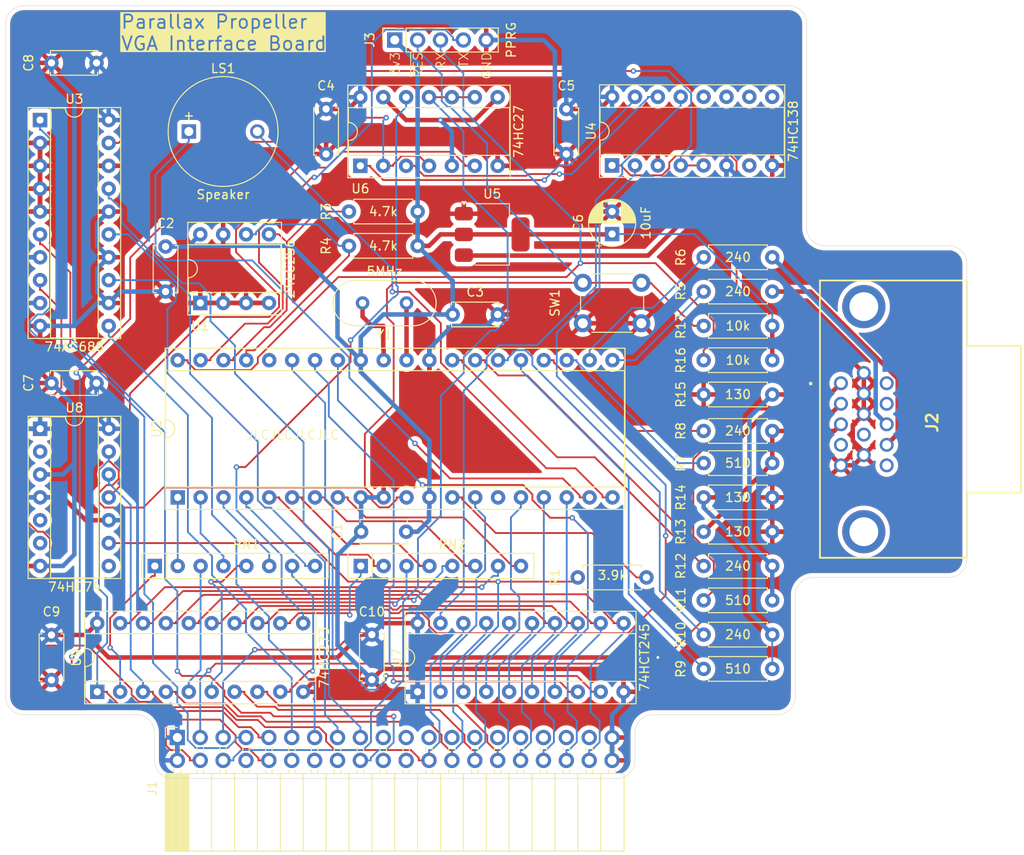
<source format=kicad_pcb>
(kicad_pcb (version 20240108) (generator "pcbnew") (generator_version "8.0")
  (title_block (title "Propeller VGA board for ByteCradle 6502 / Prototype") (date "2025-02-08") (rev "0"))
  (layers (0 "F.Cu" signal) (31 "B.Cu" signal) (34 "B.Paste" user) (35 "F.Paste" user) (36 "B.SilkS" user "B.Silkscreen") (37 "F.SilkS" user "F.Silkscreen") (38 "B.Mask" user) (39 "F.Mask" user) (44 "Edge.Cuts" user))
  (net 0 "")
  (net 1 "+3V3")
  (net 2 "GND")
  (net 3 "~{IRQ}")
  (net 4 "+5V")
  (net 5 "RX")
  (net 6 "~{RES}")
  (net 7 "TX")
  (net 8 "A7")
  (net 9 "A6")
  (net 11 "HSYNC")
  (net 12 "VSYNC")
  (net 13 "R")
  (net 14 "G")
  (net 17 "B")
  (net 20 "SDA")
  (net 21 "SCL")
  (net 22 "A12")
  (net 23 "A11")
  (net 24 "A3")
  (net 25 "A8")
  (net 26 "A10")
  (net 28 "A4")
  (net 29 "CLK")
  (net 30 "A1")
  (net 32 "D5")
  (net 33 "A9")
  (net 35 "~{I{slash}O}")
  (net 36 "~{NMI}")
  (net 38 "D1")
  (net 39 "D6")
  (net 40 "D3")
  (net 41 "D2")
  (net 42 "D7")
  (net 43 "A15")
  (net 44 "R{slash}~{W}")
  (net 45 "A13")
  (net 47 "A14")
  (net 48 "A0")
  (net 49 "A5")
  (net 50 "D0")
  (net 51 "A2")
  (net 53 "D4")
  (net 54 "BF6")
  (net 55 "BF7")
  (net 56 "Net-(RN1B-R2.2)")
  (net 57 "Net-(RN1D-R4.2)")
  (net 58 "Net-(RN1A-R1.2)")
  (net 59 "BF5")
  (net 60 "BF4")
  (net 61 "Net-(RN1C-R3.2)")
  (net 62 "Net-(RN2B-R2.2)")
  (net 63 "BF0")
  (net 64 "BF1")
  (net 65 "Net-(RN2D-R4.2)")
  (net 66 "BF2")
  (net 67 "Net-(RN2C-R3.2)")
  (net 68 "Net-(RN2A-R1.2)")
  (net 69 "BF3")
  (net 70 "P12")
  (net 71 "P11")
  (net 72 "P26")
  (net 73 "P13")
  (net 74 "P24")
  (net 75 "ACK")
  (net 76 "P25")
  (net 78 "~{STATUS}")
  (net 79 "~{SETREC}")
  (net 80 "~{DATA}")
  (net 81 "Net-(U2-P15)")
  (net 82 "Net-(U2-P14)")
  (net 83 "Net-(U2-P16)")
  (net 84 "Net-(U2-P17)")
  (net 85 "Net-(U2-P18)")
  (net 86 "Net-(U2-P19)")
  (net 87 "Net-(U2-P20)")
  (net 88 "Net-(U2-P21)")
  (net 89 "Net-(U2-P22)")
  (net 90 "Net-(U2-P23)")
  (net 91 "Net-(U2-XO)")
  (net 92 "Net-(U2-XI)")
  (net 95 "Net-(U2-P8)")
  (net 97 "Net-(U3-P=R)")
  (net 101 "REC")
  (net 102 "Net-(U9-Cp)")
  (net 103 "Net-(U8B-C)")
  (net 106 "~{CLK}")
  (footprint "Package_DIP:DIP-20_W7.62mm_Socket" (layer "F.Cu") (at 128.27 139.7 90)
    (property "Reference" "U7")
    (property "Value" "74HCT245")
  )
  (footprint "Package_TO_SOT_SMD:SOT-223-3_TabPin2" (layer "F.Cu") (at 136.55 88.9)
    (property "Reference" "U5")
    (property "Value" "LD1117S33TR_SOT223")
  )
  (footprint "Package_DIP:DIP-16_W7.62mm_Socket" (layer "F.Cu") (at 149.855 81.24 90)
    (property "Reference" "U4")
    (property "Value" "74HC138")
  )
  (footprint "Resistor_THT:R_Axial_DIN0207_L6.3mm_D2.5mm_P7.62mm_Horizontal" (layer "F.Cu") (at 160.02 133.35)
    (property "Reference" "R10")
    (property "Value" "240")
  )
  (footprint "Capacitor_THT:C_Disc_D5.0mm_W2.5mm_P5.00mm" (layer "F.Cu") (at 87.63 133.39 -90)
    (property "Reference" "C9")
    (property "Value" "C")
  )
  (footprint "Capacitor_THT:C_Disc_D5.0mm_W2.5mm_P5.00mm" (layer "F.Cu") (at 127 121.92 180)
    (property "Reference" "C1")
    (property "Value" "C")
  )
  (footprint "Buzzer_Beeper:MagneticBuzzer_ProSignal_ABI-009-RC" (layer "F.Cu") (at 102.88 77.47)
    (property "Reference" "LS1")
    (property "Value" "Speaker")
  )
  (footprint "Resistor_THT:R_Axial_DIN0207_L6.3mm_D2.5mm_P7.62mm_Horizontal" (layer "F.Cu") (at 128.27 86.36 180)
    (property "Reference" "R3")
    (property "Value" "4.7k")
  )
  (footprint "Resistor_THT:R_Axial_DIN0207_L6.3mm_D2.5mm_P7.62mm_Horizontal" (layer "F.Cu") (at 146.05 127)
    (property "Reference" "R1")
    (property "Value" "3.9k")
  )
  (footprint "Resistor_THT:R_Array_SIP8" (layer "F.Cu") (at 99.1 125.73)
    (property "Reference" "RN1")
    (property "Value" "3.9k")
  )
  (footprint "Resistor_THT:R_Axial_DIN0207_L6.3mm_D2.5mm_P7.62mm_Horizontal" (layer "F.Cu") (at 160.02 137.16)
    (property "Reference" "R9")
    (property "Value" "510")
  )
  (footprint "Crystal:Crystal_HC49-4H_Vertical" (layer "F.Cu") (at 127.04 96.52 180)
    (property "Reference" "Y1")
    (property "Value" "5MHz")
  )
  (footprint "Resistor_THT:R_Axial_DIN0207_L6.3mm_D2.5mm_P7.62mm_Horizontal" (layer "F.Cu") (at 167.64 99.06 180)
    (property "Reference" "R17")
    (property "Value" "10k")
  )
  (footprint "Resistor_THT:R_Axial_DIN0207_L6.3mm_D2.5mm_P7.62mm_Horizontal" (layer "F.Cu") (at 160.02 125.73)
    (property "Reference" "R12")
    (property "Value" "240")
  )
  (footprint "Resistor_THT:R_Axial_DIN0207_L6.3mm_D2.5mm_P7.62mm_Horizontal" (layer "F.Cu") (at 160.02 121.92)
    (property "Reference" "R13")
    (property "Value" "130")
  )
  (footprint "Capacitor_THT:C_Disc_D5.0mm_W2.5mm_P5.00mm" (layer "F.Cu") (at 92.63 105.41 180)
    (property "Reference" "C7")
    (property "Value" "C")
  )
  (footprint "Resistor_THT:R_Axial_DIN0207_L6.3mm_D2.5mm_P7.62mm_Horizontal" (layer "F.Cu") (at 160.02 95.25)
    (property "Reference" "R5")
    (property "Value" "240")
  )
  (footprint "Package_DIP:DIP-20_W7.62mm_Socket" (layer "F.Cu") (at 92.71 139.7 90)
    (property "Reference" "U9")
    (property "Value" "74HC273")
  )
  (footprint "Capacitor_THT:C_Disc_D5.0mm_W2.5mm_P5.00mm" (layer "F.Cu") (at 144.775 74.97 -90)
    (property "Reference" "C5")
    (property "Value" "C")
  )
  (footprint "Capacitor_THT:C_Disc_D5.0mm_W2.5mm_P5.00mm" (layer "F.Cu") (at 118.11 74.97 -90)
    (property "Reference" "C4")
    (property "Value" "C")
  )
  (footprint "Connector_PinSocket_2.54mm:PinSocket_2x20_P2.54mm_Horizontal" (layer "F.Cu") (at 101.6 144.78 90)
    (property "Reference" "J1")
    (property "Value" "EXPBUS2")
  )
  (footprint "Resistor_THT:R_Axial_DIN0207_L6.3mm_D2.5mm_P7.62mm_Horizontal" (layer "F.Cu") (at 128.27 90.17 180)
    (property "Reference" "R4")
    (property "Value" "4.7k")
  )
  (footprint "Resistor_THT:R_Axial_DIN0207_L6.3mm_D2.5mm_P7.62mm_Horizontal" (layer "F.Cu") (at 160.02 129.54)
    (property "Reference" "R11")
    (property "Value" "510")
  )
  (footprint "Package_DIP:DIP-40_W15.24mm_Socket" (layer "F.Cu") (at 101.64 118.11 90)
    (property "Reference" "U2")
    (property "Value" "P8X32A-D40")
  )
  (footprint "Package_DIP:DIP-14_W7.62mm_Socket" (layer "F.Cu") (at 86.37 110.485)
    (property "Reference" "U8")
    (property "Value" "74HC74")
  )
  (footprint "Resistor_THT:R_Axial_DIN0207_L6.3mm_D2.5mm_P7.62mm_Horizontal" (layer "F.Cu") (at 160.02 91.44)
    (property "Reference" "R6")
    (property "Value" "240")
  )
  (footprint "Resistor_THT:R_Axial_DIN0207_L6.3mm_D2.5mm_P7.62mm_Horizontal" (layer "F.Cu") (at 167.64 102.87 180)
    (property "Reference" "R16")
    (property "Value" "10k")
  )
  (footprint "Resistor_THT:R_Axial_DIN0207_L6.3mm_D2.5mm_P7.62mm_Horizontal" (layer "F.Cu") (at 167.64 106.68 180)
    (property "Reference" "R15")
    (property "Value" "130")
  )
  (footprint "Capacitor_THT:C_Disc_D5.0mm_W2.5mm_P5.00mm" (layer "F.Cu") (at 123.19 133.35 -90)
    (property "Reference" "C10")
    (property "Value" "C")
  )
  (footprint "Capacitor_THT:C_Disc_D5.0mm_W2.5mm_P5.00mm" (layer "F.Cu") (at 132.16 97.79)
    (property "Reference" "C3")
    (property "Value" "C")
  )
  (footprint "Capacitor_THT:CP_Radial_D5.0mm_P2.50mm" (layer "F.Cu") (at 149.86 88.86 90)
    (property "Reference" "C6")
    (property "Value" "10uF")
  )
  (footprint "components:618015330923" (layer "F.Cu") (at 189.23 109.42 90)
    (property "Reference" "J2")
    (property "Value" "VGA" (hide yes))
  )
  (footprint "Button_Switch_THT:SW_PUSH_6mm" (layer "F.Cu") (at 153.11 98.77 180)
    (property "Reference" "SW1")
    (property "Value" "SW_Push")
  )
  (footprint "Connector_PinSocket_2.54mm:PinSocket_1x05_P2.54mm_Vertical" (layer "F.Cu") (at 125.73 67.31 90)
    (property "Reference" "J3")
    (property "Value" "PPRG")
  )
  (footprint "Capacitor_THT:C_Disc_D5.0mm_W2.5mm_P5.00mm" (layer "F.Cu") (at 100.29 90.25 -90)
    (property "Reference" "C2")
    (property "Value" "C")
  )
  (footprint "Resistor_THT:R_Array_SIP8" (layer "F.Cu") (at 121.96 125.73)
    (property "Reference" "RN2")
    (property "Value" "3.9k")
  )
  (footprint "Package_DIP:DIP-8_W7.62mm_Socket" (layer "F.Cu") (at 104.15 96.51 90)
    (property "Reference" "U1")
    (property "Value" "24LC256")
  )
  (footprint "Package_DIP:DIP-14_W7.62mm_Socket" (layer "F.Cu") (at 121.915 81.28 90)
    (property "Reference" "U6")
    (property "Value" "74HC27")
  )
  (footprint "Resistor_THT:R_Axial_DIN0207_L6.3mm_D2.5mm_P7.62mm_Horizontal" (layer "F.Cu") (at 160.02 114.3)
    (property "Reference" "R7")
    (property "Value" "510")
  )
  (footprint "Package_DIP:DIP-20_W7.62mm_Socket" (layer "F.Cu") (at 86.36 76.2)
    (property "Reference" "U3")
    (property "Value" "74AC688")
  )
  (footprint "Resistor_THT:R_Axial_DIN0207_L6.3mm_D2.5mm_P7.62mm_Horizontal" (layer "F.Cu") (at 160.02 118.11)
    (property "Reference" "R14")
    (property "Value" "130")
  )
  (footprint "Resistor_THT:R_Axial_DIN0207_L6.3mm_D2.5mm_P7.62mm_Horizontal" (layer "F.Cu") (at 160.02 110.73)
    (property "Reference" "R8")
    (property "Value" "240")
  )
  (footprint "Capacitor_THT:C_Disc_D5.0mm_W2.5mm_P5.00mm" (layer "F.Cu") (at 92.63 69.85 180)
    (property "Reference" "C8")
    (property "Value" "C")
  )
  (gr_line (start 189.23 125) (end 189.23 92.17) (stroke (width 0.05)) (layer "Edge.Cuts"))
  (gr_arc (start 101.06 149.32) (mid 99.645786 148.734214) (end 99.06 147.32) (stroke (width 0.05)) (layer "Edge.Cuts"))
  (gr_arc (start 170.18 140.24) (mid 169.594214 141.654214) (end 168.18 142.24) (stroke (width 0.05)) (layer "Edge.Cuts"))
  (gr_arc (start 169.45 63.5) (mid 170.864214 64.085786) (end 171.45 65.5) (stroke (width 0.05)) (layer "Edge.Cuts"))
  (gr_arc (start 97.06 142.24) (mid 98.474214 142.825786) (end 99.06 144.24) (stroke (width 0.05)) (layer "Edge.Cuts"))
  (gr_arc (start 84.55 142.24) (mid 83.135786 141.654214) (end 82.55 140.24) (stroke (width 0.05)) (layer "Edge.Cuts"))
  (gr_arc (start 170.18 129) (mid 170.765786 127.585786) (end 172.18 127) (stroke (width 0.05)) (layer "Edge.Cuts"))
  (gr_arc (start 152.4 147.32) (mid 151.814214 148.734214) (end 150.4 149.32) (stroke (width 0.05)) (layer "Edge.Cuts"))
  (gr_line (start 152.4 146.59) (end 152.4 147.32) (stroke (width 0.05)) (layer "Edge.Cuts"))
  (gr_arc (start 173.45 90.17) (mid 172.035786 89.584214) (end 171.45 88.17) (stroke (width 0.05)) (layer "Edge.Cuts"))
  (gr_line (start 172.18 127) (end 187.23 127) (stroke (width 0.05)) (layer "Edge.Cuts"))
  (gr_line (start 101.06 149.32) (end 150.4 149.32) (stroke (width 0.05)) (layer "Edge.Cuts"))
  (gr_line (start 169.45 63.5) (end 84.55 63.5) (stroke (width 0.05)) (layer "Edge.Cuts"))
  (gr_arc (start 82.55 65.5) (mid 83.135786 64.085786) (end 84.55 63.5) (stroke (width 0.05)) (layer "Edge.Cuts"))
  (gr_arc (start 189.23 125) (mid 188.644214 126.414214) (end 187.23 127) (stroke (width 0.05)) (layer "Edge.Cuts"))
  (gr_arc (start 187.23 90.17) (mid 188.644214 90.755786) (end 189.23 92.17) (stroke (width 0.05)) (layer "Edge.Cuts"))
  (gr_line (start 170.18 140.24) (end 170.18 129) (stroke (width 0.05)) (layer "Edge.Cuts"))
  (gr_line (start 152.4 146.59) (end 152.4 144.24) (stroke (width 0.05)) (layer "Edge.Cuts"))
  (gr_line (start 154.4 142.24) (end 168.18 142.24) (stroke (width 0.05)) (layer "Edge.Cuts"))
  (gr_line (start 171.45 88.17) (end 171.45 72.39) (stroke (width 0.05)) (layer "Edge.Cuts"))
  (gr_arc (start 152.4 144.24) (mid 152.985786 142.825786) (end 154.4 142.24) (stroke (width 0.05)) (layer "Edge.Cuts"))
  (gr_line (start 84.55 142.24) (end 97.06 142.24) (stroke (width 0.05)) (layer "Edge.Cuts"))
  (gr_line (start 187.23 90.17) (end 173.45 90.17) (stroke (width 0.05)) (layer "Edge.Cuts"))
  (gr_line (start 99.06 147.32) (end 99.06 146.59) (stroke (width 0.05)) (layer "Edge.Cuts"))
  (gr_line (start 171.45 72.39) (end 171.45 65.5) (stroke (width 0.05)) (layer "Edge.Cuts"))
  (gr_line (start 99.06 144.24) (end 99.06 146.59) (stroke (width 0.05)) (layer "Edge.Cuts"))
  (gr_line (start 82.55 65.5) (end 82.55 140.24) (stroke (width 0.05)) (layer "Edge.Cuts"))
  (gr_text "3v3" (at 126.365 68.58 90) (layer "F.SilkS") (effects (font (size 1 1) (thickness 0.1)) (justify right bottom)))
  (gr_text "TX" (at 133.985 68.58 90) (layer "F.SilkS") (effects (font (size 1 1) (thickness 0.1)) (justify right bottom)))
  (gr_text "Parallax Propeller\nVGA Interface Board" (at 95.25 68.58 0) (layer "F.SilkS" knockout) (effects (font (size 1.5 1.5) (thickness 0.2)) (justify left bottom)))
  (gr_text "RX" (at 131.445 68.58 90) (layer "F.SilkS") (effects (font (size 1 1) (thickness 0.1)) (justify right bottom)))
  (gr_text "JLCJLCJLCJLC" (at 109.22 111.76 0) (layer "F.SilkS") (effects (font (size 1 1) (thickness 0.1)) (justify left bottom)))
  (gr_text "~{RES}" (at 128.905 68.58 90) (layer "F.SilkS") (effects (font (size 1 1) (thickness 0.1)) (justify right bottom)))
  (gr_text "GND" (at 136.525 68.58 90) (layer "F.SilkS") (effects (font (size 1 1) (thickness 0.1)) (justify right bottom)))
  (segment (start 139.7 88.9) (end 149.82 88.9) (width 0.5) (layer "F.Cu") (net 1))
  (segment (start 149.82 88.9) (end 149.86 88.86) (width 0.5) (layer "F.Cu") (net 1))
  (segment (start 128.27 90.17) (end 129.54 90.17) (width 0.5) (layer "F.Cu") (net 1))
  (segment (start 133.4 88.9) (end 139.7 88.9) (width 0.5) (layer "F.Cu") (net 1))
  (segment (start 130.81 88.9) (end 133.4 88.9) (width 0.5) (layer "F.Cu") (net 1))
  (segment (start 167.64 99.06) (end 167.64 102.87) (width 0.5) (layer "F.Cu") (net 1))
  (segment (start 129.54 90.17) (end 130.81 88.9) (width 0.5) (layer "F.Cu") (net 1))
  (segment (start 114.3 90.17) (end 119.38 95.25) (width 0.5) (layer "B.Cu") (net 1))
  (segment (start 128.27 86.36) (end 128.27 69.85) (width 0.5) (layer "B.Cu") (net 1))
  (segment (start 129.54 120.65) (end 129.54 119.38) (width 0.5) (layer "B.Cu") (net 1))
  (segment (start 159.0037 88.86) (end 167.64 97.4963) (width 0.2) (layer "B.Cu") (net 1))
  (segment (start 128.27 69.85) (end 125.73 67.31) (width 0.5) (layer "B.Cu") (net 1))
  (segment (start 149.86 88.86) (end 159.0037 88.86) (width 0.2) (layer "B.Cu") (net 1))
  (segment (start 121.96 100.29) (end 121.96 102.87) (width 0.5) (layer "B.Cu") (net 1))
  (segment (start 119.38 100.29) (end 121.96 102.87) (width 0.5) (layer "B.Cu") (net 1))
  (segment (start 127 121.92) (end 128.27 121.92) (width 0.5) (layer "B.Cu") (net 1))
  (segment (start 119.38 95.25) (end 119.38 100.29) (width 0.5) (layer "B.Cu") (net 1))
  (segment (start 128.27 121.92) (end 129.54 120.65) (width 0.5) (layer "B.Cu") (net 1))
  (segment (start 128.27 86.36) (end 128.27 90.17) (width 0.5) (layer "B.Cu") (net 1))
  (segment (start 132.16 97.79) (end 124.46 97.79) (width 0.5) (layer "B.Cu") (net 1))
  (segment (start 132.16 97.79) (end 132.16 94.06) (width 0.5) (layer "B.Cu") (net 1))
  (segment (start 102.87 90.17) (end 114.3 90.17) (width 0.5) (layer "B.Cu") (net 1))
  (segment (start 132.16 94.06) (end 128.27 90.17) (width 0.5) (layer "B.Cu") (net 1))
  (segment (start 129.58 119.34) (end 129.58 118.11) (width 0.5) (layer "B.Cu") (net 1))
  (segment (start 102.87 90.17) (end 104.15 88.89) (width 0.5) (layer "B.Cu") (net 1))
  (segment (start 129.58 111.8) (end 129.58 118.11) (width 0.5) (layer "B.Cu") (net 1))
  (segment (start 102.79 90.25) (end 102.87 90.17) (width 0.5) (layer "B.Cu") (net 1))
  (segment (start 121.96 104.18) (end 129.58 111.8) (width 0.5) (layer "B.Cu") (net 1))
  (segment (start 121.96 102.87) (end 121.96 104.18) (width 0.5) (layer "B.Cu") (net 1))
  (segment (start 124.46 97.79) (end 121.96 100.29) (width 0.5) (layer "B.Cu") (net 1))
  (segment (start 100.29 90.25) (end 102.79 90.25) (width 0.5) (layer "B.Cu") (net 1))
  (segment (start 167.64 97.4963) (end 167.64 99.06) (width 0.2) (layer "B.Cu") (net 1))
  (segment (start 129.54 119.38) (end 129.58 119.34) (width 0.5) (layer "B.Cu") (net 1))
  (segment (start 144.78 83.3391) (end 144.78 82.55) (width 0.5) (layer "F.Cu") (net 2))
  (segment (start 85.09 64.77) (end 134.62 64.77) (width 0.5) (layer "F.Cu") (net 2))
  (segment (start 144.78 82.55) (end 144.775 82.545) (width 0.5) (layer "F.Cu") (net 2))
  (segment (start 83.82 106.68) (end 83.82 80.01) (width 0.5) (layer "F.Cu") (net 2))
  (segment (start 176.66 114.55) (end 177.8 113.41) (width 0.5) (layer "F.Cu") (net 2))
  (segment (start 168.87 81.24) (end 170.18 82.55) (width 0.5) (layer "F.Cu") (net 2))
  (segment (start 116.92 138.35) (end 115.57 139.7) (width 0.5) (layer "F.Cu") (net 2))
  (segment (start 137.16 77.47) (end 139.66 79.97) (width 0.5) (layer "F.Cu") (net 2))
  (segment (start 176.575 110.075) (end 177.8 108.85) (width 0.5) (layer "F.Cu") (net 2))
  (segment (start 167.635 80.015) (end 167.635 81.24) (width 0.5) (layer "F.Cu") (net 2))
  (segment (start 123.19 138.35) (end 116.92 138.35) (width 0.5) (layer "F.Cu") (net 2))
  (segment (start 106.68 82.55) (end 106.68 83.82) (width 0.5) (layer "F.Cu") (net 2))
  (segment (start 109.26 79.97) (end 106.68 82.55) (width 0.5) (layer "F.Cu") (net 2))
  (segment (start 104.15 96.51) (end 101.55 96.51) (width 0.5) (layer "F.Cu") (net 2))
  (segment (start 85.05 138.39) (end 83.82 137.16) (width 0.5) (layer "F.Cu") (net 2))
  (segment (start 166.37 77.47) (end 167.64 78.74) (width 0.5) (layer "F.Cu") (net 2))
  (segment (start 134.62 64.77) (end 168.91 64.77) (width 0.5) (layer "F.Cu") (net 2))
  (segment (start 167.64 121.92) (end 167.64 118.11) (width 0.5) (layer "F.Cu") (net 2))
  (segment (start 176.575 111.805) (end 176.575 110.075) (width 0.5) (layer "F.Cu") (net 2))
  (segment (start 129.58 106.64) (end 129.58 102.87) (width 0.5) (layer "F.Cu") (net 2))
  (segment (start 124.5 111.72) (end 129.58 106.64) (width 0.5) (layer "F.Cu") (net 2))
  (segment (start 145.63 97.79) (end 146.61 98.77) (width 0.5) (layer "F.Cu") (net 2))
  (segment (start 86.36 99.06) (end 86.36 100.33) (width 0.5) (layer "F.Cu") (net 2))
  (segment (start 168.91 121.92) (end 167.64 121.92) (width 0.5) (layer "F.Cu") (net 2))
  (segment (start 146.61 98.77) (end 153.11 98.77) (width 0.5) (layer "F.Cu") (net 2))
  (segment (start 169.43 127.75) (end 169.43 139.18) (width 0.5) (layer "F.Cu") (net 2))
  (segment (start 86.36 81.28) (end 86.36 83.82) (width 0.5) (layer "F.Cu") (net 2))
  (segment (start 135.89 77.47) (end 137.16 78.74) (width 0.5) (layer "F.Cu") (net 2))
  (segment (start 139.66 79.97) (end 144.775 79.97) (width 0.5) (layer "F.Cu") (net 2))
  (segment (start 167.64 118.11) (end 171.7 118.11) (width 0.5) (layer "F.Cu") (net 2))
  (segment (start 171.45 125.73) (end 170.18 124.46) (width 0.5) (layer "F.Cu") (net 2))
  (segment (start 171.7 118.11) (end 175.26 114.55) (width 0.5) (layer "F.Cu") (net 2))
  (segment (start 118.11 79.97) (end 118.11 78.74) (width 0.5) (layer "F.Cu") (net 2))
  (segment (start 118.11 79.97) (end 109.26 79.97) (width 0.5) (layer "F.Cu") (net 2))
  (segment (start 83.82 80.01) (end 83.82 69.85) (width 0.5) (layer "F.Cu") (net 2))
  (segment (start 137.16 78.74) (end 137.16 80.01) (width 0.5) (layer "F.Cu") (net 2))
  (segment (start 137.16 97.79) (end 145.63 97.79) (width 0.5) (layer "F.Cu") (net 2))
  (segment (start 170.18 124.46) (end 170.18 123.19) (width 0.5) (layer "F.Cu") (net 2))
  (segment (start 177.8 113.03) (end 176.575 111.805) (width 0.5) (layer "F.Cu") (net 2))
  (segment (start 177.8 113.41) (end 177.8 113.03) (width 0.5) (layer "F.Cu") (net 2))
  (segment (start 134.62 64.77) (end 135.89 66.04) (width 0.5) (layer "F.Cu") (net 2))
  (segment (start 170.18 66.04) (end 170.18 82.55) (width 0.5) (layer "F.Cu") (net 2))
  (segment (start 86.36 78.74) (end 87.63 78.74) (width 0.5) (layer "F.Cu") (net 2))
  (segment (start 168.91 139.7) (end 151.13 139.7) (width 0.5) (layer "F.Cu") (net 2))
  (segment (start 85.09 105.41) (end 87.63 105.41) (width 0.5) (layer "F.Cu") (net 2))
  (segment (start 170.18 90.17) (end 171.45 91.44) (width 0.5) (layer "F.Cu") (net 2))
  (segment (start 144.775 79.97) (end 147.275 77.47) (width 0.5) (layer "F.Cu") (net 2))
  (segment (start 83.82 127) (end 83.82 106.68) (width 0.5) (layer "F.Cu") (net 2))
  (segment (start 124.5 118.11) (end 124.5 111.72) (width 0.5) (layer "F.Cu") (net 2))
  (segment (start 83.82 137.16) (end 83.82 127) (width 0.5) (layer "F.Cu") (net 2))
  (segment (start 144.78 83.82) (end 144.78 83.3391) (width 0.5) (layer "F.Cu") (net 2))
  (segment (start 83.82 106.68) (end 85.09 105.41) (width 0.5) (layer "F.Cu") (net 2))
  (segment (start 149.86 86.36) (end 147.32 86.36) (width 0.5) (layer "F.Cu") (net 2))
  (segment (start 83.82 69.85) (end 83.82 66.04) (width 0.5) (layer "F.Cu") (net 2))
  (segment (start 167.635 81.24) (end 168.87 81.24) (width 0.5) (layer "F.Cu") (net 2))
  (segment (start 168.91 64.77) (end 170.18 66.04) (width 0.5) (layer "F.Cu") (net 2))
  (segment (start 87.63 78.74) (end 90.17 81.28) (width 0.5) (layer "F.Cu") (net 2))
  (segment (start 186.69 92.71) (end 186.69 124.46) (width 0.5) (layer "F.Cu") (net 2))
  (segment (start 175.26 114.55) (end 176.66 114.55) (width 0.5) (layer "F.Cu") (net 2))
  (segment (start 83.82 127) (end 85.095 125.725) (width 0.5) (layer "F.Cu") (net 2))
  (segment (start 169.43 139.18) (end 168.91 139.7) (width 0.5) (layer "F.Cu") (net 2))
  (segment (start 153.11 98.77) (end 156.21 101.87) (width 0.5) (layer "F.Cu") (net 2))
  (segment (start 118.11 78.74) (end 119.38 77.47) (width 0.5) (layer "F.Cu") (net 2))
  (segment (start 154.935 77.47) (end 166.37 77.47) (width 0.5) (layer "F.Cu") (net 2))
  (segment (start 177.8 106.57) (end 177.8 104.29) (width 0.5) (layer "F.Cu") (net 2))
  (segment (start 149.86 137.16) (end 151.13 138.43) (width 0.5) (layer "F.Cu") (net 2))
  (segment (start 85.095 125.725) (end 86.37 125.725) (width 0.5) (layer "F.Cu") (net 2))
  (segment (start 109.23 96.51) (end 111.77 96.51) (width 0.5) (layer "F.Cu") (net 2))
  (segment (start 101.55 96.51) (end 100.29 95.25) (width 0.5) (layer "F.Cu") (net 2))
  (segment (start 85.09 78.74) (end 86.36 78.74) (width 0.5) (layer "F.Cu") (net 2))
  (segment (start 177.8 108.85) (end 177.8 106.57) (width 0.5) (layer "F.Cu") (net 2))
  (segment (start 154.935 77.47) (end 154.935 81.24) (width 0.2) (layer "F.Cu") (net 2))
  (segment (start 106.69 96.51) (end 104.15 96.51) (width 0.5) (layer "F.Cu") (net 2))
  (segment (start 133.4 86.6) (end 141.5191 86.6) (width 0.2) (layer "F.Cu") (net 2))
  (segment (start 185.42 125.73) (end 171.45 125.73) (width 0.5) (layer "F.Cu") (net 2))
  (segment (start 135.89 77.47) (end 137.16 77.47) (width 0.5) (layer "F.Cu") (net 2))
  (segment (start 167.64 78.74) (end 167.64 80.01) (width 0.5) (layer "F.Cu") (net 2))
  (segment (start 106.69 96.51) (end 109.23 96.51) (width 0.5) (layer "F.Cu") (net 2))
  (segment (start 147.32 86.36) (end 144.78 83.82) (width 0.5) (layer "F.Cu") (net 2))
  (segment (start 170.18 82.55) (end 170.18 90.17) (width 0.5) (layer "F.Cu") (net 2))
  (segment (start 144.775 82.545) (end 144.775 79.97) (width 0.5) (layer "F.Cu") (net 2))
  (segment (start 137.16 80.01) (end 137.155 80.015) (width 0.5) (layer "F.Cu") (net 2))
  (segment (start 137.155 80.015) (end 137.155 81.28) (width 0.5) (layer "F.Cu") (net 2))
  (segment (start 106.69 88.89) (end 106.69 96.51) (width 0.5) (layer "F.Cu") (net 2))
  (segment (start 87.63 101.6) (end 87.63 105.41) (width 0.5) (layer "F.Cu") (net 2))
  (segment (start 185.42 91.44) (end 186.69 92.71) (width 0.5) (layer "F.Cu") (net 2))
  (segment (start 156.21 101.87) (end 156.21 106.68) (width 0.5) (layer "F.Cu") (net 2))
  (segment (start 90.17 81.28) (end 93.98 81.28) (width 0.5) (layer "F.Cu") (net 2))
  (segment (start 170.18 123.19) (end 168.91 121.92) (width 0.5) (layer "F.Cu") (net 2))
  (segment (start 171.45 91.44) (end 185.42 91.44) (width 0.5) (layer "F.Cu") (net 2))
  (segment (start 106.69 83.83) (end 106.69 88.89) (width 0.5) (layer "F.Cu") (net 2))
  (segment (start 86.36 78.74) (end 86.36 81.28) (width 0.5) (layer "F.Cu") (net 2))
  (segment (start 119.38 77.47) (end 135.89 77.47) (width 0.5) (layer "F.Cu") (net 2))
  (segment (start 167.64 80.01) (end 167.635 80.015) (width 0.5) (layer "F.Cu") (net 2))
  (segment (start 171.45 125.73) (end 169.43 127.75) (width 0.5) (layer "F.Cu") (net 2))
  (segment (start 186.69 124.46) (end 185.42 125.73) (width 0.5) (layer "F.Cu") (net 2))
  (segment (start 141.5191 86.6) (end 144.78 83.3391) (width 0.2) (layer "F.Cu") (net 2))
  (segment (start 83.82 69.85) (end 87.63 69.85) (width 0.5) (layer "F.Cu") (net 2))
  (segment (start 135.89 66.04) (end 135.89 67.31) (width 0.5) (layer "F.Cu") (net 2))
  (segment (start 87.63 138.39) (end 85.05 138.39) (width 0.5) (layer "F.Cu") (net 2))
  (segment (start 86.36 83.82) (end 86.36 86.36) (width 0.5) (layer "F.Cu") (net 2))
  (segment (start 93.98 86.36) (end 86.36 86.36) (width 0.5) (layer "F.Cu") (net 2))
  (segment (start 156.21 106.68) (end 160.02 106.68) (width 0.5) (layer "F.Cu") (net 2))
  (segment (start 124.38 137.16) (end 149.86 137.16) (width 0.5) (layer "F.Cu") (net 2))
  (segment (start 83.82 80.01) (end 85.09 78.74) (width 0.5) (layer "F.Cu") (net 2))
  (segment (start 86.36 100.33) (end 87.63 101.6) (width 0.5) (layer "F.Cu") (net 2))
  (segment (start 151.13 138.43) (end 151.13 139.7) (width 0.5) (layer "F.Cu") (net 2))
  (segment (start 147.275 77.47) (end 154.935 77.47) (width 0.5) (layer "F.Cu") (net 2))
  (segment (start 106.68 83.82) (end 106.69 83.83) (width 0.5) (layer "F.Cu") (net 2))
  (segment (start 123.19 138.35) (end 124.38 137.16) (width 0.5) (layer "F.Cu") (net 2))
  (segment (start 83.82 66.04) (end 85.09 64.77) (width 0.5) (layer "F.Cu") (net 2))
  (segment (start 90.17 107.95) (end 90.17 114.3) (width 0.5) (layer "B.Cu") (net 2))
  (segment (start 129.58 101.56) (end 129.58 102.87) (width 0.5) (layer "B.Cu") (net 2))
  (segment (start 87.63 69.85) (end 87.63 71.12) (width 0.5) (layer "B.Cu") (net 2))
  (segment (start 149.86 142.24) (end 151.13 140.97) (width 0.5) (layer "B.Cu") (net 2))
  (segment (start 90.17 73.66) (end 90.17 99.06) (width 0.5) (layer "B.Cu") (net 2))
  (segment (start 122 121.92) (end 119.46 124.46) (width 0.5) (layer "B.Cu") (net 2))
  (segment (start 88.905 115.565) (end 86.37 115.565) (width 0.5) (layer "B.Cu") (net 2))
  (segment (start 119.46 124.46) (end 119.38 124.46) (width 0.5) (layer "B.Cu") (net 2))
  (segment (start 92.73 95.27) (end 92.73 92.69) (width 0.5) (layer "B.Cu") (net 2))
  (segment (start 142.24 67.31) (end 135.89 67.31) (width 0.5) (layer "B.Cu") (net 2))
  (segment (start 144.775 79.97) (end 143.51 78.705) (width 0.5) (layer "B.Cu") (net 2))
  (segment (start 92.71 90.17) (end 92.71 87.63) (width 0.5) (layer "B.Cu") (net 2))
  (segment (start 92.71 96.52) (end 90.17 99.06) (width 0.5) (layer "B.Cu") (net 2))
  (segment (start 149.86 144.78) (end 149.86 142.24) (width 0.5) (layer "B.Cu") (net 2))
  (segment (start 90.17 124.46) (end 88.9 125.73) (width 0.5) (layer "B.Cu") (net 2))
  (segment (start 92.73 92.69) (end 93.98 91.44) (width 0.5) (layer "B.Cu") (net 2))
  (segment (start 88.9 125.73) (end 88.895 125.725) (width 0.5) (layer "B.Cu") (net 2))
  (segment (start 143.51 78.705) (end 143.51 68.58) (width 0.5) (layer "B.Cu") (net 2))
  (segment (start 119.38 124.46) (end 119.38 134.54) (width 0.5) (layer "B.Cu") (net 2))
  (segment (start 88.895 125.725) (end 86.37 125.725) (width 0.5) (layer "B.Cu") (net 2))
  (segment (start 90.17 114.3) (end 88.905 115.565) (width 0.5) (layer "B.Cu") (net 2))
  (segment (start 93.98 96.52) (end 92.73 95.27) (width 0.5) (layer "B.Cu") (net 2))
  (segment (start 92.71 87.63) (end 93.98 86.36) (width 0.5) (layer "B.Cu") (net 2))
  (segment (start 137.16 97.79) (end 135.89 99.06) (width 0.5) (layer "B.Cu") (net 2))
  (segment (start 93.98 96.52) (end 92.71 96.52) (width 0.5) (layer "B.Cu") (net 2))
  (segment (start 122 118.15) (end 121.96 118.11) (width 0.5) (layer "B.Cu") (net 2))
  (segment (start 95.25 95.25) (end 93.98 96.52) (width 0.5) (layer "B.Cu") (net 2))
  (segment (start 135.89 99.06) (end 132.08 99.06) (width 0.5) (layer "B.Cu") (net 2))
  (segment (start 87.63 71.12) (end 90.17 73.66) (width 0.5) (layer "B.Cu") (net 2))
  (segment (start 149.86 147.32) (end 149.86 144.78) (width 0.5) (layer "B.Cu") (net 2))
  (segment (start 93.98 91.44) (end 92.71 90.17) (width 0.5) (layer "B.Cu") (net 2))
  (segment (start 100.29 95.25) (end 95.25 95.25) (width 0.5) (layer "B.Cu") (net 2))
  (segment (start 122 121.92) (end 122 118.15) (width 0.5) (layer "B.Cu") (net 2))
  (segment (start 90.17 114.3) (end 90.17 124.46) (width 0.5) (layer "B.Cu") (net 2))
  (segment (start 121.96 118.11) (end 124.5 118.11) (width 0.5) (layer "B.Cu") (net 2))
  (segment (start 151.13 140.97) (end 151.13 139.7) (width 0.5) (layer "B.Cu") (net 2))
  (segment (start 143.51 68.58) (end 142.24 67.31) (width 0.5) (layer "B.Cu") (net 2))
  (segment (start 132.08 99.06) (end 129.58 101.56) (width 0.5) (layer "B.Cu") (net 2))
  (segment (start 90.17 99.06) (end 86.36 99.06) (width 0.5) (layer "B.Cu") (net 2))
  (segment (start 119.38 134.54) (end 123.19 138.35) (width 0.5) (layer "B.Cu") (net 2))
  (segment (start 87.63 105.41) (end 90.17 107.95) (width 0.5) (layer "B.Cu") (net 2))
  (segment (start 87.63 133.39) (end 91.4 133.39) (width 0.5) (layer "F.Cu") (net 4))
  (segment (start 86.37 118.105) (end 88.895 118.105) (width 0.5) (layer "F.Cu") (net 4))
  (segment (start 128.27 134.62) (end 128.27 132.08) (width 0.5) (layer "F.Cu") (net 4))
  (segment (start 162.555 82.555) (end 162.555 81.24) (width 0.5) (layer "F.Cu") (net 4))
  (segment (start 154.94 135.89) (end 129.54 135.89) (width 0.5) (layer "F.Cu") (net 4))
  (segment (start 123.19 133.35) (end 124.46 132.08) (width 0.5) (layer "F.Cu") (net 4))
  (segment (start 91.4 133.39) (end 92.71 132.08) (width 0.5) (layer "F.Cu") (net 4))
  (segment (start 144.775 74.97) (end 148.505 74.97) (width 0.5) (layer "F.Cu") (net 4))
  (segment (start 91.435 120.645) (end 93.99 120.645) (width 0.5) (layer "F.Cu") (net 4))
  (segment (start 120.605 74.97) (end 121.915 73.66) (width 0.5) (layer "F.Cu") (net 4))
  (segment (start 124.46 132.08) (end 128.27 132.08) (width 0.5) (layer "F.Cu") (net 4))
  (segment (start 93.98 135.89) (end 92.71 134.62) (width 0.5) (layer "F.Cu") (net 4))
  (segment (start 118.11 74.97) (end 120.605 74.97) (width 0.5) (layer "F.Cu") (net 4))
  (segment (start 88.895 118.105) (end 91.435 120.645) (width 0.5) (layer "F.Cu") (net 4))
  (segment (start 133.4 91.2) (end 133.45 91.25) (width 0.5) (layer "F.Cu") (net 4))
  (segment (start 121.92 133.35) (end 119.38 135.89) (width 0.5) (layer "F.Cu") (net 4))
  (segment (start 129.54 135.89) (end 128.27 134.62) (width 0.5) (layer "F.Cu") (net 4))
  (segment (start 119.38 135.89) (end 93.98 135.89) (width 0.5) (layer "F.Cu") (net 4))
  (segment (start 148.505 74.97) (end 149.855 73.62) (width 0.5) (layer "F.Cu") (net 4))
  (segment (start 92.71 134.62) (end 92.71 132.08) (width 0.5) (layer "F.Cu") (net 4))
  (segment (start 153.86 91.25) (end 162.555 82.555) (width 0.5) (layer "F.Cu") (net 4))
  (segment (start 123.19 133.35) (end 121.92 133.35) (width 0.5) (layer "F.Cu") (net 4))
  (segment (start 133.45 91.25) (end 153.86 91.25) (width 0.5) (layer "F.Cu") (net 4))
  (via (at 154.94 135.89) (size 0.6) (drill 0.3) (layers "F.Cu" "B.Cu") (net 4))
  (segment (start 156.21 139.7) (end 154.94 138.43) (width 0.5) (layer "B.Cu") (net 4))
  (segment (start 83.82 132.08) (end 83.82 119.38) (width 0.5) (layer "B.Cu") (net 4))
  (segment (start 101.6 142.24) (end 101.6 144.78) (width 0.5) (layer "B.Cu") (net 4))
  (segment (start 86.36 96.52) (end 85.09 96.52) (width 0.5) (layer "B.Cu") (net 4))
  (segment (start 170.18 90.17) (end 171.45 91.44) (width 0.5) (layer "B.Cu") (net 4))
  (segment (start 85.085 110.485) (end 83.82 109.22) (width 0.5) (layer "B.Cu") (net 4))
  (segment (start 170.18 85.09) (end 170.18 90.17) (width 0.5) (layer "B.Cu") (net 4))
  (segment (start 83.82 69.85) (end 83.82 66.04) (width 0.5) (layer "B.Cu") (net 4))
  (segment (start 171.45 91.44) (end 185.42 91.44) (width 0.5) (layer "B.Cu") (net 4))
  (segment (start 185.42 91.44) (end 186.69 92.71) (width 0.5) (layer "B.Cu") (net 4))
  (segment (start 186.69 92.71) (end 186.69 124.46) (width 0.5) (layer "B.Cu") (net 4))
  (segment (start 87.63 133.39) (end 85.13 133.39) (width 0.5) (layer "B.Cu") (net 4))
  (segment (start 120.65 64.77) (end 121.915 66.035) (width 0.5) (layer "B.Cu") (net 4))
  (segment (start 85.09 64.77) (end 120.65 64.77) (width 0.5) (layer "B.Cu") (net 4))
  (segment (start 83.82 66.04) (end 85.09 64.77) (width 0.5) (layer "B.Cu") (net 4))
  (segment (start 85.09 96.52) (end 83.82 97.79) (width 0.5) (layer "B.Cu") (net 4))
  (segment (start 171.45 125.73) (end 169.43 127.75) (width 0.5) (layer "B.Cu") (net 4))
  (segment (start 162.555 81.24) (end 166.405 85.09) (width 0.5) (layer "B.Cu") (net 4))
  (segment (start 92.63 69.85) (end 92.63 74.85) (width 0.5) (layer "B.Cu") (net 4))
  (segment (start 144.775 66.035) (end 144.775 74.97) (width 0.5) (layer "B.Cu") (net 4))
  (segment (start 85.09 102.87) (end 90.09 102.87) (width 0.5) (layer "B.Cu") (net 4))
  (segment (start 128.27 139.7) (end 128.27 132.08) (width 0.5) (layer "B.Cu") (net 4))
  (segment (start 185.42 125.73) (end 171.45 125.73) (width 0.5) (layer "B.Cu") (net 4))
  (segment (start 83.82 97.79) (end 83.82 92.71) (width 0.5) (layer "B.Cu") (net 4))
  (segment (start 154.94 138.43) (end 154.94 135.89) (width 0.5) (layer "B.Cu") (net 4))
  (segment (start 92.63 109.125) (end 93.99 110.485) (width 0.5) (layer "B.Cu") (net 4))
  (segment (start 83.82 109.22) (end 83.82 104.14) (width 0.5) (layer "B.Cu") (net 4))
  (segment (start 101.6 144.78) (end 101.6 147.32) (width 0.5) (layer "B.Cu") (net 4))
  (segment (start 169.43 139.7) (end 156.21 139.7) (width 0.5) (layer "B.Cu") (net 4))
  (segment (start 91.36 68.58) (end 92.63 69.85) (width 0.5) (layer "B.Cu") (net 4))
  (segment (start 166.405 85.09) (end 170.18 85.09) (width 0.5) (layer "B.Cu") (net 4))
  (segment (start 83.82 69.85) (end 85.09 68.58) (width 0.5) (layer "B.Cu") (net 4))
  (segment (start 86.36 91.44) (end 85.09 91.44) (width 0.5) (layer "B.Cu") (net 4))
  (segment (start 121.915 66.035) (end 121.915 73.66) (width 0.5) (layer "B.Cu") (net 4))
  (segment (start 83.82 92.71) (end 83.82 69.85) (width 0.5) (layer "B.Cu") (net 4))
  (segment (start 83.82 140.97) (end 84.34 141.49) (width 0.5) (layer "B.Cu") (net 4))
  (segment (start 83.82 104.14) (end 85.09 102.87) (width 0.5) (layer "B.Cu") (net 4))
  (segment (start 85.09 91.44) (end 83.82 92.71) (width 0.5) (layer "B.Cu") (net 4))
  (segment (start 120.65 64.77) (end 143.51 64.77) (width 0.5) (layer "B.Cu") (net 4))
  (segment (start 83.82 132.08) (end 83.82 140.97) (width 0.5) (layer "B.Cu") (net 4))
  (segment (start 92.63 74.85) (end 93.98 76.2) (width 0.5) (layer "B.Cu") (net 4))
  (segment (start 84.34 141.49) (end 100.85 141.49) (width 0.5) (layer "B.Cu") (net 4))
  (segment (start 186.69 124.46) (end 185.42 125.73) (width 0.5) (layer "B.Cu") (net 4))
  (segment (start 85.13 133.39) (end 83.82 132.08) (width 0.5) (layer "B.Cu") (net 4))
  (segment (start 85.09 68.58) (end 91.36 68.58) (width 0.5) (layer "B.Cu") (net 4))
  (segment (start 170.18 66.04) (end 170.18 85.09) (width 0.5) (layer "B.Cu") (net 4))
  (segment (start 168.91 64.77) (end 170.18 66.04) (width 0.5) (layer "B.Cu") (net 4))
  (segment (start 143.51 64.77) (end 168.91 64.77) (width 0.5) (layer "B.Cu") (net 4))
  (segment (start 83.82 119.38) (end 85.095 118.105) (width 0.5) (layer "B.Cu") (net 4))
  (segment (start 100.85 141.49) (end 101.6 142.24) (width 0.5) (layer "B.Cu") (net 4))
  (segment (start 143.51 64.77) (end 144.775 66.035) (width 0.5) (layer "B.Cu") (net 4))
  (segment (start 83.82 104.14) (end 83.82 97.79) (width 0.5) (layer "B.Cu") (net 4))
  (segment (start 90.09 102.87) (end 92.63 105.41) (width 0.5) (layer "B.Cu") (net 4))
  (segment (start 86.37 110.485) (end 85.085 110.485) (width 0.5) (layer "B.Cu") (net 4))
  (segment (start 85.095 118.105) (end 86.37 118.105) (width 0.5) (layer "B.Cu") (net 4))
  (segment (start 83.82 119.38) (end 83.82 109.22) (width 0.5) (layer "B.Cu") (net 4))
  (segment (start 92.63 105.41) (end 92.63 109.125) (width 0.5) (layer "B.Cu") (net 4))
  (segment (start 169.43 127.75) (end 169.43 139.7) (width 0.5) (layer "B.Cu") (net 4))
  (segment (start 154.6823 92.0928) (end 146.3431 92.0928) (width 0.2) (layer "F.Cu") (net 5))
  (segment (start 144.7998 93.6361) (end 119.4682 93.6361) (width 0.2) (layer "F.Cu") (net 5))
  (segment (start 161.128 100.6619) (end 161.128 98.5385) (width 0.2) (layer "F.Cu") (net 5))
  (segment (start 146.3431 92.0928) (end 144.7998 93.6361) (width 0.2) (layer "F.Cu") (net 5))
  (segment (start 101.64 102.87) (end 102.7401 102.87) (width 0.2) (layer "F.Cu") (net 5))
  (segment (start 102.7401 103.098) (end 102.7401 102.87) (width 0.2) (layer "F.Cu") (net 5))
  (segment (start 160.02 102.87) (end 160.02 101.7699) (width 0.2) (layer "F.Cu") (net 5))
  (segment (start 109.7417 103.9733) (end 103.6154 103.9733) (width 0.2) (layer "F.Cu") (net 5))
  (segment (start 103.6154 103.9733) (end 102.7401 103.098) (width 0.2) (layer "F.Cu") (net 5))
  (segment (start 119.4682 93.6361) (end 110.53 102.5743) (width 0.2) (layer "F.Cu") (net 5))
  (segment (start 110.53 103.185) (end 109.7417 103.9733) (width 0.2) (layer "F.Cu") (net 5))
  (segment (start 110.53 102.5743) (end 110.53 103.185) (width 0.2) (layer "F.Cu") (net 5))
  (segment (start 161.128 98.5385) (end 154.6823 92.0928) (width 0.2) (layer "F.Cu") (net 5))
  (segment (start 160.02 101.7699) (end 161.128 100.6619) (width 0.2) (layer "F.Cu") (net 5))
  (via (at 146.3431 92.0928) (size 0.6) (drill 0.3) (layers "F.Cu" "B.Cu") (net 5))
  (segment (start 130.81 67.31) (end 130.81 68.4601) (width 0.2) (layer "B.Cu") (net 5))
  (segment (start 133.345 70.9951) (end 130.81 68.4601) (width 0.2) (layer "B.Cu") (net 5))
  (segment (start 133.345 75.0714) (end 133.345 70.9951) (width 0.2) (layer "B.Cu") (net 5))
  (segment (start 146.3431 88.0695) (end 133.345 75.0714) (width 0.2) (layer "B.Cu") (net 5))
  (segment (start 146.3431 92.0928) (end 146.3431 88.0695) (width 0.2) (layer "B.Cu") (net 5))
  (segment (start 95.0902 115.0878) (end 95.0902 116.0622) (width 0.2) (layer "F.Cu") (net 6))
  (segment (start 125.6125 98.8397) (end 124.8662 98.0934) (width 0.2) (layer "F.Cu") (net 6))
  (segment (start 154.1299 94.27) (end 158.9199 99.06) (width 0.2) (layer "F.Cu") (net 6))
  (segment (start 93.5004 119.2367) (end 97.8226 119.2367) (width 0.2) (layer "F.Cu") (net 6))
  (segment (start 100.0554 117.0039) (end 122.4133 117.0039) (width 0.2) (layer "F.Cu") (net 6))
  (segment (start 92.71 139.7) (end 93.8101 139.7) (width 0.2) (layer "F.Cu") (net 6))
  (segment (start 123.23 117.8206) (end 123.23 118.432) (width 0.2) (layer "F.Cu") (net 6))
  (segment (start 97.8226 119.2367) (end 100.0554 117.0039) (width 0.2) (layer "F.Cu") (net 6))
  (segment (start 123.23 118.432) (end 124.0153 119.2173) (width 0.2) (layer "F.Cu") (net 6))
  (segment (start 93.99 114.1251) (end 94.1275 114.1251) (width 0.2) (layer "F.Cu") (net 6))
  (segment (start 124.0153 119.2173) (end 125.0605 119.2173) (width 0.2) (layer "F.Cu") (net 6))
  (segment (start 108.0698 145.3182) (end 108.8016 146.05) (width 0.2) (layer "F.Cu") (net 6))
  (segment (start 127.04 118.11) (end 125.9399 118.11) (width 0.2) (layer "F.Cu") (net 6))
  (segment (start 125.9399 118.3379) (end 125.9399 118.11) (width 0.2) (layer "F.Cu") (net 6))
  (segment (start 92.8849 118.6212) (end 93.5004 119.2367) (width 0.2) (layer "F.Cu") (net 6))
  (segment (start 92.8849 117.5976) (end 92.8849 118.6212) (width 0.2) (layer "F.Cu") (net 6))
  (segment (start 109.5782 146.05) (end 110.6099 147.0817) (width 0.2) (layer "F.Cu") (net 6))
  (segment (start 125.5923 94.27) (end 146.61 94.27) (width 0.2) (layer "F.Cu") (net 6))
  (segment (start 153.11 94.27) (end 146.61 94.27) (width 0.2) (layer "F.Cu") (net 6))
  (segment (start 93.8101 139.7) (end 93.8101 139.8375) (width 0.2) (layer "F.Cu") (net 6))
  (segment (start 95.0902 116.0622) (end 94.4038 116.7486) (width 0.2) (layer "F.Cu") (net 6))
  (segment (start 153.11 94.27) (end 154.1299 94.27) (width 0.2) (layer "F.Cu") (net 6))
  (segment (start 122.4133 117.0039) (end 123.23 117.8206) (width 0.2) (layer "F.Cu") (net 6))
  (segment (start 124.8662 94.9961) (end 125.5923 94.27) (width 0.2) (layer "F.Cu") (net 6))
  (segment (start 111.76 147.32) (end 110.6099 147.32) (width 0.2) (layer "F.Cu") (net 6))
  (segment (start 94.4038 116.7486) (end 93.7339 116.7486) (width 0.2) (layer "F.Cu") (net 6))
  (segment (start 124.8662 98.0934) (end 124.8662 94.9961) (width 0.2) (layer "F.Cu") (net 6))
  (segment (start 94.1275 114.1251) (end 95.0902 115.0878) (width 0.2) (layer "F.Cu") (net 6))
  (segment (start 110.6099 147.0817) (end 110.6099 147.32) (width 0.2) (layer "F.Cu") (net 6))
  (segment (start 108.0698 144.5322) (end 108.0698 145.3182) (width 0.2) (layer "F.Cu") (net 6))
  (segment (start 93.99 113.025) (end 93.99 114.1251) (width 0.2) (layer "F.Cu") (net 6))
  (segment (start 100.0726 142.7907) (end 106.3283 142.7907) (width 0.2) (layer "F.Cu") (net 6))
  (segment (start 108.8016 146.05) (end 109.5782 146.05) (width 0.2) (layer "F.Cu") (net 6))
  (segment (start 122.4133 117.0039) (end 122.4133 111.0601) (width 0.2) (layer "F.Cu") (net 6))
  (segment (start 106.3283 142.7907) (end 108.0698 144.5322) (width 0.2) (layer "F.Cu") (net 6))
  (segment (start 95.183 141.2104) (end 98.4923 141.2104) (width 0.2) (layer "F.Cu") (net 6))
  (segment (start 125.0605 119.2173) (end 125.9399 118.3379) (width 0.2) (layer "F.Cu") (net 6))
  (segment (start 122.4133 111.0601) (end 125.6125 107.8609) (width 0.2) (layer "F.Cu") (net 6))
  (segment (start 98.4923 141.2104) (end 100.0726 142.7907) (width 0.2) (layer "F.Cu") (net 6))
  (segment (start 160.02 99.06) (end 158.9199 99.06) (width 0.2) (layer "F.Cu") (net 6))
  (segment (start 125.6125 107.8609) (end 125.6125 98.8397) (width 0.2) (layer "F.Cu") (net 6))
  (segment (start 93.7339 116.7486) (end 92.8849 117.5976) (width 0.2) (layer "F.Cu") (net 6))
  (segment (start 93.8101 139.8375) (end 95.183 141.2104) (width 0.2) (layer "F.Cu") (net 6))
  (segment (start 128.27 68.4601) (end 128.27 67.31) (width 0.2) (layer "B.Cu") (net 6))
  (segment (start 93.99 113.025) (end 93.99 114.1251) (width 0.2) (layer "B.Cu") (net 6))
  (segment (start 93.8101 129.1651) (end 93.8101 134.2714) (width 0.2) (layer "B.Cu") (net 6))
  (segment (start 92.71 135.3715) (end 92.71 138.5999) (width 0.2) (layer "B.Cu") (net 6))
  (segment (start 92.8898 128.2448) (end 93.8101 129.1651) (width 0.2) (layer "B.Cu") (net 6))
  (segment (start 131.619365 74.76) (end 130.9466 74.087235) (width 0.2) (layer "B.Cu") (net 6))
  (segment (start 146.61 94.27) (end 135.9879 83.6479) (width 0.2) (layer "B.Cu") (net 6))
  (segment (start 135.9879 78.74) (end 135.89 78.74) (width 0.2) (layer "B.Cu") (net 6))
  (segment (start 135.9879 83.6479) (end 135.9879 78.74) (width 0.2) (layer "B.Cu") (net 6))
  (segment (start 92.8898 115.0878) (end 92.8898 128.2448) (width 0.2) (layer "B.Cu") (net 6))
  (segment (start 130.9466 71.1367) (end 128.27 68.4601) (width 0.2) (layer "B.Cu") (net 6))
  (segment (start 135.89 78.74) (end 131.91 74.76) (width 0.2) (layer "B.Cu") (net 6))
  (segment (start 131.91 74.76) (end 131.619365 74.76) (width 0.2) (layer "B.Cu") (net 6))
  (segment (start 92.71 139.7) (end 92.71 138.5999) (width 0.2) (layer "B.Cu") (net 6))
  (segment (start 93.8525 114.1251) (end 92.8898 115.0878) (width 0.2) (layer "B.Cu") (net 6))
  (segment (start 93.99 114.1251) (end 93.8525 114.1251) (width 0.2) (layer "B.Cu") (net 6))
  (segment (start 93.8101 134.2714) (end 92.71 135.3715) (width 0.2) (layer "B.Cu") (net 6))
  (segment (start 130.9466 74.087235) (end 130.9466 71.1367) (width 0.2) (layer "B.Cu") (net 6))
  (segment (start 109.1139 98.8082) (end 105.2801 102.642) (width 0.2) (layer "F.Cu") (net 7))
  (segment (start 110.6618 92.013) (end 113.2915 94.6427) (width 0.2) (layer "F.Cu") (net 7))
  (segment (start 104.18 102.87) (end 105.2801 102.87) (width 0.2) (layer "F.Cu") (net 7))
  (segment (start 113.2915 97.1369) (end 111.6202 98.8082) (width 0.2) (layer "F.Cu") (net 7))
  (segment (start 111.6202 98.8082) (end 109.1139 98.8082) (width 0.2) (layer "F.Cu") (net 7))
  (segment (start 113.2915 94.6427) (end 113.2915 97.1369) (width 0.2) (layer "F.Cu") (net 7))
  (segment (start 116.8109 82.5615) (end 116.5341 82.5615) (width 0.2) (layer "F.Cu") (net 7))
  (segment (start 105.2801 102.642) (end 105.2801 102.87) (width 0.2) (layer "F.Cu") (net 7))
  (segment (start 116.5341 82.5615) (end 110.6618 88.4338) (width 0.2) (layer "F.Cu") (net 7))
  (segment (start 110.6618 88.4338) (end 110.6618 92.013) (width 0.2) (layer "F.Cu") (net 7))
  (via (at 116.8109 82.5615) (size 0.6) (drill 0.3) (layers "F.Cu" "B.Cu") (net 7))
  (segment (start 133.35 67.31) (end 132.1999 67.31) (width 0.2) (layer "B.Cu") (net 7))
  (segment (start 132.1999 67.0225) (end 131.3372 66.1598) (width 0.2) (layer "B.Cu") (net 7))
  (segment (start 123.185 67.6859) (end 123.185 76.4587) (width 0.2) (layer "B.Cu") (net 7))
  (segment (start 131.3372 66.1598) (end 124.7111 66.1598) (width 0.2) (layer "B.Cu") (net 7))
  (segment (start 124.7111 66.1598) (end 123.185 67.6859) (width 0.2) (layer "B.Cu") (net 7))
  (segment (start 123.185 76.4587) (end 117.0822 82.5615) (width 0.2) (layer "B.Cu") (net 7))
  (segment (start 132.1999 67.31) (end 132.1999 67.0225) (width 0.2) (layer "B.Cu") (net 7))
  (segment (start 117.0822 82.5615) (end 116.8109 82.5615) (width 0.2) (layer "B.Cu") (net 7))
  (segment (start 95.4198 86.132) (end 95.4198 87.5986) (width 0.2) (layer "B.Cu") (net 8))
  (segment (start 93.98 83.82) (end 93.98 84.9201) (width 0.2) (layer "B.Cu") (net 8))
  (segment (start 105.2785 95.6017) (end 105.2785 98.5297) (width 0.2) (layer "B.Cu") (net 8))
  (segment (start 94.2079 84.9201) (end 95.4198 86.132) (width 0.2) (layer "B.Cu") (net 8))
  (segment (start 102.1462 94.325) (end 104.0018 94.325) (width 0.2) (layer "B.Cu") (net 8))
  (segment (start 121.92 144.78) (end 121.92 143.6299) (width 0.2) (layer "B.Cu") (net 8))
  (segment (start 95.4198 87.5986) (end 102.1462 94.325) (width 0.2) (layer "B.Cu") (net 8))
  (segment (start 104.0018 94.325) (end 105.2785 95.6017) (width 0.2) (layer "B.Cu") (net 8))
  (segment (start 115.61 111.963) (end 115.61 121.0103) (width 0.2) (layer "B.Cu") (net 8))
  (segment (start 93.98 84.9201) (end 94.2079 84.9201) (width 0.2) (layer "B.Cu") (net 8))
  (segment (start 107.99 101.2412) (end 107.99 104.343) (width 0.2) (layer "B.Cu") (net 8))
  (segment (start 115.61 121.0103) (end 118.4294 123.8297) (width 0.2) (layer "B.Cu") (net 8))
  (segment (start 118.4294 123.8297) (end 118.4294 140.1393) (width 0.2) (layer "B.Cu") (net 8))
  (segment (start 118.4294 140.1393) (end 121.92 143.6299) (width 0.2) (layer "B.Cu") (net 8))
  (segment (start 107.99 104.343) (end 115.61 111.963) (width 0.2) (layer "B.Cu") (net 8))
  (segment (start 105.2785 98.5297) (end 107.99 101.2412) (width 0.2) (layer "B.Cu") (net 8))
  (segment (start 103.0162 104.3876) (end 110.53 111.9014) (width 0.2) (layer "B.Cu") (net 9))
  (segment (start 111.9583 119.2413) (end 117.99 125.273) (width 0.2) (layer "B.Cu") (net 9))
  (segment (start 119.38 144.78) (end 119.38 143.6299) (width 0.2) (layer "B.Cu") (net 9))
  (segment (start 117.99 125.273) (end 117.99 142.2399) (width 0.2) (layer "B.Cu") (net 9))
  (segment (start 117.99 142.2399) (end 119.38 143.6299) (width 0.2) (layer "B.Cu") (net 9))
  (segment (start 96.1553 88.9) (end 103.0162 95.7609) (width 0.2) (layer "B.Cu") (net 9))
  (segment (start 93.98 88.9) (end 95.0801 88.9) (width 0.2) (layer "B.Cu") (net 9))
  (segment (start 111.3239 119.2413) (end 111.9583 119.2413) (width 0.2) (layer "B.Cu") (net 9))
  (segment (start 110.53 118.4474) (end 111.3239 119.2413) (width 0.2) (layer "B.Cu") (net 9))
  (segment (start 103.0162 95.7609) (end 103.0162 104.3876) (width 0.2) (layer "B.Cu") (net 9))
  (segment (start 95.0801 88.9) (end 96.1553 88.9) (width 0.2) (layer "B.Cu") (net 9))
  (segment (start 110.53 111.9014) (end 110.53 118.4474) (width 0.2) (layer "B.Cu") (net 9))
  (segment (start 179.115 108.765) (end 179.115 102.915) (width 0.5) (layer "B.Cu") (net 11))
  (segment (start 180.34 109.99) (end 179.115 108.765) (width 0.5) (layer "B.Cu") (net 11))
  (segment (start 179.115 102.915) (end 167.64 91.44) (width 0.5) (layer "B.Cu") (net 11))
  (segment (start 181.565 111.045) (end 180.34 112.27) (width 0.5) (layer "F.Cu") (net 12))
  (segment (start 171.892 95.25) (end 181.565 104.923) (width 0.5) (layer "F.Cu") (net 12))
  (segment (start 167.64 95.25) (end 171.892 95.25) (width 0.5) (layer "F.Cu") (net 12))
  (segment (start 181.565 104.923) (end 181.565 111.045) (width 0.5) (layer "F.Cu") (net 12))
  (segment (start 167.64 106.68) (end 174.01 106.68) (width 0.5) (layer "F.Cu") (net 13))
  (segment (start 174.01 106.68) (end 175.26 105.43) (width 0.5) (layer "F.Cu") (net 13))
  (segment (start 165.1 123.19) (end 167.64 125.73) (width 0.5) (layer "B.Cu") (net 13))
  (segment (start 167.64 129.54) (end 167.64 125.73) (width 0.5) (layer "B.Cu") (net 13))
  (segment (start 165.1 109.22) (end 165.1 123.19) (width 0.5) (layer "B.Cu") (net 13))
  (segment (start 167.64 106.68) (end 165.1 109.22) (width 0.5) (layer "B.Cu") (net 13))
  (segment (start 163.83 115.57) (end 161.29 118.11) (width 0.5) (layer "F.Cu") (net 14))
  (segment (start 175.26 107.71) (end 173.75 109.22) (width 0.5) (layer "F.Cu") (net 14))
  (segment (start 166.37 109.22) (end 163.83 111.76) (width 0.5) (layer "F.Cu") (net 14))
  (segment (start 173.75 109.22) (end 166.37 109.22) (width 0.5) (layer "F.Cu") (net 14))
  (segment (start 163.83 111.76) (end 163.83 115.57) (width 0.5) (layer "F.Cu") (net 14))
  (segment (start 161.29 118.11) (end 160.02 118.11) (width 0.5) (layer "F.Cu") (net 14))
  (segment (start 160.02 119.241) (end 165.1 124.321) (width 0.5) (layer "B.Cu") (net 14))
  (segment (start 165.1 124.321) (end 165.1 130.81) (width 0.5) (layer "B.Cu") (net 14))
  (segment (start 165.1 130.81) (end 167.64 133.35) (width 0.5) (layer "B.Cu") (net 14))
  (segment (start 167.64 133.35) (end 167.64 137.16) (width 0.2) (layer "B.Cu") (net 14))
  (segment (start 160.02 118.11) (end 160.02 119.241) (width 0.5) (layer "B.Cu") (net 14))
  (segment (start 174.52 110.73) (end 175.26 109.99) (width 0.5) (layer "F.Cu") (net 17))
  (segment (start 167.64 114.3) (end 167.64 110.73) (width 0.5) (layer "F.Cu") (net 17))
  (segment (start 167.64 114.3) (end 160.02 121.92) (width 0.5) (layer "F.Cu") (net 17))
  (segment (start 167.64 110.73) (end 174.52 110.73) (width 0.5) (layer "F.Cu") (net 17))
  (segment (start 107.8201 102.6083) (end 111.22 99.2084) (width 0.2) (layer "F.Cu") (net 20))
  (segment (start 106.72 102.87) (end 107.8201 102.87) (width 0.2) (layer "F.Cu") (net 20))
  (segment (start 120.65 86.36) (end 117.1375 86.36) (width 0.2) (layer "F.Cu") (net 20))
  (segment (start 117.1375 86.36) (end 113.7388 89.7587) (width 0.2) (layer "F.Cu") (net 20))
  (segment (start 111.8475 99.2084) (end 113.7388 97.3171) (width 0.2) (layer "F.Cu") (net 20))
  (segment (start 113.7388 89.7587) (end 112.8701 88.89) (width 0.2) (layer "F.Cu") (net 20))
  (segment (start 113.7388 97.3171) (end 113.7388 89.7587) (width 0.2) (layer "F.Cu") (net 20))
  (segment (start 112.8701 88.89) (end 112.7701 88.89) (width 0.2) (layer "F.Cu") (net 20))
  (segment (start 107.8201 102.87) (end 107.8201 102.6083) (width 0.2) (layer "F.Cu") (net 20))
  (segment (start 111.22 99.2084) (end 111.8475 99.2084) (width 0.2) (layer "F.Cu") (net 20))
  (segment (start 111.77 88.89) (end 112.7701 88.89) (width 0.2) (layer "F.Cu") (net 20))
  (segment (start 109.26 101.7699) (end 110.1502 101.7699) (width 0.2) (layer "F.Cu") (net 21))
  (segment (start 109.26 102.87) (end 109.26 101.7699) (width 0.2) (layer "F.Cu") (net 21))
  (segment (start 120.65 90.17) (end 120.65 91.2701) (width 0.2) (layer "F.Cu") (net 21))
  (segment (start 110.1502 101.7699) (end 120.65 91.2701) (width 0.2) (layer "F.Cu") (net 21))
  (segment (start 111.2108 87.7813) (end 110.3301 88.662) (width 0.2) (layer "B.Cu") (net 21))
  (segment (start 119.5499 90.17) (end 117.1612 87.7813) (width 0.2) (layer "B.Cu") (net 21))
  (segment (start 117.1612 87.7813) (end 111.2108 87.7813) (width 0.2) (layer "B.Cu") (net 21))
  (segment (start 110.3301 88.662) (end 110.3301 88.89) (width 0.2) (layer "B.Cu") (net 21))
  (segment (start 120.65 90.17) (end 119.5499 90.17) (width 0.2) (layer "B.Cu") (net 21))
  (segment (start 109.23 88.89) (end 110.3301 88.89) (width 0.2) (layer "B.Cu") (net 21))
  (segment (start 86.6974 121.915) (end 87.4702 122.6878) (width 0.2) (layer "F.Cu") (net 24))
  (segment (start 86.0727 121.915) (end 86.6974 121.915) (width 0.2) (layer "F.Cu") (net 24))
  (segment (start 108.4033 143.6299) (end 109.7474 143.6299) (width 0.2) (layer "F.Cu") (net 24))
  (segment (start 87.8718 106.7636) (end 87.4278 106.7636) (width 0.2) (layer "F.Cu") (net 24))
  (segment (start 87.4278 106.7636) (end 84.8357 109.3557) (width 0.2) (layer "F.Cu") (net 24))
  (segment (start 110.6099 144.4924) (end 110.6099 144.78) (width 0.2) (layer "F.Cu") (net 24))
  (segment (start 84.8357 109.3557) (end 84.8357 120.678) (width 0.2) (layer "F.Cu") (net 24))
  (segment (start 86.36 95.0801) (end 86.5197 95.0801) (width 0.2) (layer "F.Cu") (net 24))
  (segment (start 111.76 144.78) (end 110.6099 144.78) (width 0.2) (layer "F.Cu") (net 24))
  (segment (start 84.5302 133.5817) (end 85.5165 134.568) (width 0.2) (layer "F.Cu") (net 24))
  (segment (start 86.5197 95.0801) (end 88.7301 97.2905) (width 0.2) (layer "F.Cu") (net 24))
  (segment (start 106.608 141.8346) (end 108.4033 143.6299) (width 0.2) (layer "F.Cu") (net 24))
  (segment (start 88.7301 97.2905) (end 88.7301 105.9053) (width 0.2) (layer "F.Cu") (net 24))
  (segment (start 97.3265 140.8102) (end 98.8742 140.8102) (width 0.2) (layer "F.Cu") (net 24))
  (segment (start 84.5302 129.3699) (end 84.5302 133.5817) (width 0.2) (layer "F.Cu") (net 24))
  (segment (start 85.5165 134.568) (end 91.681 134.568) (width 0.2) (layer "F.Cu") (net 24))
  (segment (start 96.52 140.0037) (end 97.3265 140.8102) (width 0.2) (layer "F.Cu") (net 24))
  (segment (start 109.7474 143.6299) (end 110.6099 144.4924) (width 0.2) (layer "F.Cu") (net 24))
  (segment (start 84.8357 120.678) (end 86.0727 121.915) (width 0.2) (layer "F.Cu") (net 24))
  (segment (start 99.8986 141.8346) (end 106.608 141.8346) (width 0.2) (layer "F.Cu") (net 24))
  (segment (start 87.4702 122.6878) (end 87.4702 126.4299) (width 0.2) (layer "F.Cu") (net 24))
  (segment (start 91.681 134.568) (end 96.52 139.407) (width 0.2) (layer "F.Cu") (net 24))
  (segment (start 88.7301 105.9053) (end 87.8718 106.7636) (width 0.2) (layer "F.Cu") (net 24))
  (segment (start 96.52 139.407) (end 96.52 140.0037) (width 0.2) (layer "F.Cu") (net 24))
  (segment (start 87.4702 126.4299) (end 84.5302 129.3699) (width 0.2) (layer "F.Cu") (net 24))
  (segment (start 86.36 93.98) (end 86.36 95.0801) (width 0.2) (layer "F.Cu") (net 24))
  (segment (start 98.8742 140.8102) (end 99.8986 141.8346) (width 0.2) (layer "F.Cu") (net 24))
  (segment (start 114.3 138.1575) (end 109.22 133.0775) (width 0.2) (layer "B.Cu") (net 28))
  (segment (start 114.3 143.6299) (end 114.3 138.1575) (width 0.2) (layer "B.Cu") (net 28))
  (segment (start 105.45 126.7461) (end 105.45 124.6298) (width 0.2) (layer "B.Cu") (net 28))
  (segment (start 114.3 144.78) (end 114.3 143.6299) (width 0.2) (layer "B.Cu") (net 28))
  (segment (start 102.7685 108.9486) (end 93.98 100.1601) (width 0.2) (layer "B.Cu") (net 28))
  (segment (start 109.22 133.0775) (end 109.22 130.5161) (width 0.2) (layer "B.Cu") (net 28))
  (segment (start 109.22 130.5161) (end 105.45 126.7461) (width 0.2) (layer "B.Cu") (net 28))
  (segment (start 102.7685 121.9483) (end 102.7685 108.9486) (width 0.2) (layer "B.Cu") (net 28))
  (segment (start 93.98 99.06) (end 93.98 100.1601) (width 0.2) (layer "B.Cu") (net 28))
  (segment (start 105.45 124.6298) (end 102.7685 121.9483) (width 0.2) (layer "B.Cu") (net 28))
  (segment (start 134.615 73.66) (end 129.535 73.66) (width 0.2) (layer "F.Cu") (net 29))
  (segment (start 130.85 120.1317) (end 128.31 122.6717) (width 0.2) (layer "B.Cu") (net 29))
  (segment (start 133.39 102.5326) (end 133.39 104.2878) (width 0.2) (layer "B.Cu") (net 29))
  (segment (start 133.39 104.2878) (end 130.85 106.8278) (width 0.2) (layer "B.Cu") (net 29))
  (segment (start 136.934 99.582) (end 136.3406 99.582) (width 0.2) (layer "B.Cu") (net 29))
  (segment (start 133.35 77.47) (end 133.35 83.82) (width 0.2) (layer "B.Cu") (net 29))
  (segment (start 133.35 83.82) (end 138.2607 88.7307) (width 0.2) (layer "B.Cu") (net 29))
  (segment (start 136.3406 99.582) (end 133.39 102.5326) (width 0.2) (layer "B.Cu") (net 29))
  (segment (start 128.31 128.0671) (end 126.666 129.7111) (width 0.2) (layer "B.Cu") (net 29))
  (segment (start 126.666 129.7111) (end 126.666 138.4259) (width 0.2) (layer "B.Cu") (net 29))
  (segment (start 130.85 106.8278) (end 130.85 120.1317) (width 0.2) (layer "B.Cu") (net 29))
  (segment (start 138.2607 98.2553) (end 136.934 99.582) (width 0.2) (layer "B.Cu") (net 29))
  (segment (start 130.81 74.93) (end 130.805 74.93) (width 0.2) (layer "B.Cu") (net 29))
  (segment (start 123.0933 141.9986) (end 123.0933 145.2951) (width 0.2) (layer "B.Cu") (net 29))
  (segment (start 107.8301 147.0324) (end 107.8301 147.32) (width 0.2) (layer "B.Cu") (net 29))
  (segment (start 126.666 138.4259) (end 123.0933 141.9986) (width 0.2) (layer "B.Cu") (net 29))
  (segment (start 123.0933 145.2951) (end 122.2185 146.1699) (width 0.2) (layer "B.Cu") (net 29))
  (segment (start 130.81 74.93) (end 133.35 77.47) (width 0.2) (layer "B.Cu") (net 29))
  (segment (start 138.2607 88.7307) (end 138.2607 98.2553) (width 0.2) (layer "B.Cu") (net 29))
  (segment (start 128.31 122.6717) (end 128.31 128.0671) (width 0.2) (layer "B.Cu") (net 29))
  (segment (start 130.805 74.93) (end 129.535 73.66) (width 0.2) (layer "B.Cu") (net 29))
  (segment (start 107.8301 147.32) (end 106.68 147.32) (width 0.2) (layer "B.Cu") (net 29))
  (segment (start 108.6926 146.1699) (end 107.8301 147.0324) (width 0.2) (layer "B.Cu") (net 29))
  (segment (start 122.2185 146.1699) (end 108.6926 146.1699) (width 0.2) (layer "B.Cu") (net 29))
  (segment (start 130.3628 133.1989) (end 151.6047 133.1989) (width 0.2) (layer "F.Cu") (net 30))
  (segment (start 129.54 132.3761) (end 130.3628 133.1989) (width 0.2) (layer "F.Cu") (net 30))
  (segment (start 110.1987 135.0192) (end 119.1898 135.0192) (width 0.2) (layer "F.Cu") (net 30))
  (segment (start 151.6047 133.1989) (end 155.8073 128.9963) (width 0.2) (layer "F.Cu") (net 30))
  (segment (start 127.0811 130.9709) (end 128.7604 130.9709) (width 0.2) (layer "F.Cu") (net 30))
  (segment (start 119.1898 135.0192) (end 122.6792 131.5298) (width 0.2) (layer "F.Cu") (net 30))
  (segment (start 129.54 131.7505) (end 129.54 132.3761) (width 0.2) (layer "F.Cu") (net 30))
  (segment (start 126.5222 131.5298) (end 127.0811 130.9709) (width 0.2) (layer "F.Cu") (net 30))
  (segment (start 155.8073 128.9963) (end 155.8073 122.372) (width 0.2) (layer "F.Cu") (net 30))
  (segment (start 122.6792 131.5298) (end 126.5222 131.5298) (width 0.2) (layer "F.Cu") (net 30))
  (segment (start 128.7604 130.9709) (end 129.54 131.7505) (width 0.2) (layer "F.Cu") (net 30))
  (via (at 110.1987 135.0192) (size 0.6) (drill 0.3) (layers "F.Cu" "B.Cu") (net 30))
  (via (at 155.8073 122.372) (size 0.6) (drill 0.3) (layers "F.Cu" "B.Cu") (net 30))
  (segment (start 155.8073 122.372) (end 155.8073 116.7225) (width 0.2) (layer "B.Cu") (net 30))
  (segment (start 143.715 104.6302) (end 143.715 99.8247) (width 0.2) (layer "B.Cu") (net 30))
  (segment (start 106.68 138.5379) (end 110.1987 135.0192) (width 0.2) (layer "B.Cu") (net 30))
  (segment (start 143.715 99.8247) (end 148.4613 95.0784) (width 0.2) (layer "B.Cu") (net 30))
  (segment (start 106.68 144.78) (end 106.68 138.5379) (width 0.2) (layer "B.Cu") (net 30))
  (segment (start 155.8073 116.7225) (end 143.715 104.6302) (width 0.2) (layer "B.Cu") (net 30))
  (segment (start 152.395 81.24) (end 152.395 82.3401) (width 0.2) (layer "B.Cu") (net 30))
  (segment (start 148.4613 86.2012) (end 152.3224 82.3401) (width 0.2) (layer "B.Cu") (net 30))
  (segment (start 148.4613 95.0784) (end 148.4613 86.2012) (width 0.2) (layer "B.Cu") (net 30))
  (segment (start 152.3224 82.3401) (end 152.395 82.3401) (width 0.2) (layer "B.Cu") (net 30))
  (segment (start 109.0501 131.852) (end 110.7315 130.1706) (width 0.2) (layer "F.Cu") (net 32))
  (segment (start 110.7315 130.1706) (end 125.1109 130.1706) (width 0.2) (layer "F.Cu") (net 32))
  (segment (start 144.9499 131.9425) (end 144.9499 132.08) (width 0.2) (layer "F.Cu") (net 32))
  (segment (start 126.4079 130.1706) (end 143.178 130.1706) (width 0.2) (layer "F.Cu") (net 32))
  (segment (start 143.178 130.1706) (end 144.9499 131.9425) (width 0.2) (layer "F.Cu") (net 32))
  (segment (start 107.95 132.08) (end 109.0501 132.08) (width 0.2) (layer "F.Cu") (net 32))
  (segment (start 109.0501 132.08) (end 109.0501 131.852) (width 0.2) (layer "F.Cu") (net 32))
  (segment (start 125.1109 130.1706) (end 125.5109 130.5706) (width 0.2) (layer "F.Cu") (net 32))
  (segment (start 146.05 132.08) (end 144.9499 132.08) (width 0.2) (layer "F.Cu") (net 32))
  (segment (start 126.0079 130.5706) (end 126.4079 130.1706) (width 0.2) (layer "F.Cu") (net 32))
  (segment (start 125.5109 130.5706) (end 126.0079 130.5706) (width 0.2) (layer "F.Cu") (net 32))
  (segment (start 142.24 146.1699) (end 142.5275 146.1699) (width 0.2) (layer "B.Cu") (net 32))
  (segment (start 142.5275 146.1699) (end 143.3975 145.2999) (width 0.2) (layer "B.Cu") (net 32))
  (segment (start 143.3975 145.2999) (end 143.3975 142.9391) (width 0.2) (layer "B.Cu") (net 32))
  (segment (start 142.3847 136.8454) (end 146.05 133.1801) (width 0.2) (layer "B.Cu") (net 32))
  (segment (start 142.3847 141.9263) (end 142.3847 136.8454) (width 0.2) (layer "B.Cu") (net 32))
  (segment (start 142.24 147.32) (end 142.24 146.1699) (width 0.2) (layer "B.Cu") (net 32))
  (segment (start 143.3975 142.9391) (end 142.3847 141.9263) (width 0.2) (layer "B.Cu") (net 32))
  (segment (start 146.05 132.08) (end 146.05 133.1801) (width 0.2) (layer "B.Cu") (net 32))
  (segment (start 101.6 137.4049) (end 102.1344 137.9393) (width 0.2) (layer "F.Cu") (net 35))
  (segment (start 102.1344 137.9393) (end 105.2058 137.9393) (width 0.2) (layer "F.Cu") (net 35))
  (segment (start 108.6972 142.0274) (end 111.9099 142.0274) (width 0.2) (layer "F.Cu") (net 35))
  (segment (start 106.8216 139.5551) (end 106.8216 140.1518) (width 0.2) (layer "F.Cu") (net 35))
  (segment (start 112.3101 142.4276) (end 125.6141 142.4276) (width 0.2) (layer "F.Cu") (net 35))
  (segment (start 111.9099 142.0274) (end 112.3101 142.4276) (width 0.2) (layer "F.Cu") (net 35))
  (segment (start 106.8216 140.1518) (end 108.6972 142.0274) (width 0.2) (layer "F.Cu") (net 35))
  (segment (start 105.2058 137.9393) (end 106.8216 139.5551) (width 0.2) (layer "F.Cu") (net 35))
  (via (at 101.6 137.4049) (size 0.6) (drill 0.3) (layers "F.Cu" "B.Cu") (net 35))
  (via (at 125.6141 142.4276) (size 0.6) (drill 0.3) (layers "F.Cu" "B.Cu") (net 35))
  (segment (start 86.0739 97.79) (end 86.6805 97.79) (width 0.2) (layer "B.Cu") (net 35))
  (segment (start 87.4675 78.2701) (end 86.4975 77.3001) (width 0.2) (layer "B.Cu") (net 35))
  (segment (start 85.2279 98.636) (end 86.0739 97.79) (width 0.2) (layer "B.Cu") (net 35))
  (segment (start 123.0701 147.0324) (end 123.9326 146.1699) (width 0.2) (layer "B.Cu") (net 35))
  (segment (start 86.36 76.2) (end 86.36 77.3001) (width 0.2) (layer "B.Cu") (net 35))
  (segment (start 123.9326 146.1699) (end 124.7585 146.1699) (width 0.2) (layer "B.Cu") (net 35))
  (segment (start 86.252 100.5115) (end 85.2279 99.4874) (width 0.2) (layer "B.Cu") (net 35))
  (segment (start 89.8583 100.5115) (end 86.252 100.5115) (width 0.2) (layer "B.Cu") (net 35))
  (segment (start 101.6 128.5405) (end 100.2285 127.169) (width 0.2) (layer "B.Cu") (net 35))
  (segment (start 87.4675 97.003) (end 87.4675 78.2701) (width 0.2) (layer "B.Cu") (net 35))
  (segment (start 123.0701 147.32) (end 123.0701 147.0324) (width 0.2) (layer "B.Cu") (net 35))
  (segment (start 86.6805 97.79) (end 87.4675 97.003) (width 0.2) (layer "B.Cu") (net 35))
  (segment (start 101.6 137.4049) (end 101.6 128.5405) (width 0.2) (layer "B.Cu") (net 35))
  (segment (start 100.2285 110.8817) (end 89.8583 100.5115) (width 0.2) (layer "B.Cu") (net 35))
  (segment (start 86.4975 77.3001) (end 86.36 77.3001) (width 0.2) (layer "B.Cu") (net 35))
  (segment (start 85.2279 99.4874) (end 85.2279 98.636) (width 0.2) (layer "B.Cu") (net 35))
  (segment (start 100.2285 127.169) (end 100.2285 110.8817) (width 0.2) (layer "B.Cu") (net 35))
  (segment (start 125.6141 145.3143) (end 125.6141 142.4276) (width 0.2) (layer "B.Cu") (net 35))
  (segment (start 121.92 147.32) (end 123.0701 147.32) (width 0.2) (layer "B.Cu") (net 35))
  (segment (start 124.7585 146.1699) (end 125.6141 145.3143) (width 0.2) (layer "B.Cu") (net 35))
  (segment (start 132.08 146.1699) (end 131.7924 146.1699) (width 0.2) (layer "F.Cu") (net 38))
  (segment (start 129.4516 143.0277) (end 111.4636 143.0277) (width 0.2) (layer "F.Cu") (net 38))
  (segment (start 131.7924 146.1699) (end 130.9299 145.3074) (width 0.2) (layer "F.Cu") (net 38))
  (segment (start 108.3326 142.4275) (end 106.9153 141.0102) (width 0.2) (layer "F.Cu") (net 38))
  (segment (start 130.9299 144.506) (end 129.4516 143.0277) (width 0.2) (layer "F.Cu") (net 38))
  (segment (start 102.5123 141.0102) (end 101.4301 139.928) (width 0.2) (layer "F.Cu") (net 38))
  (segment (start 110.8634 142.4275) (end 108.3326 142.4275) (width 0.2) (layer "F.Cu") (net 38))
  (segment (start 132.08 147.32) (end 132.08 146.1699) (width 0.2) (layer "F.Cu") (net 38))
  (segment (start 100.33 139.7) (end 101.4301 139.7) (width 0.2) (layer "F.Cu") (net 38))
  (segment (start 111.4636 143.0277) (end 110.8634 142.4275) (width 0.2) (layer "F.Cu") (net 38))
  (segment (start 106.9153 141.0102) (end 102.5123 141.0102) (width 0.2) (layer "F.Cu") (net 38))
  (segment (start 101.4301 139.928) (end 101.4301 139.7) (width 0.2) (layer "F.Cu") (net 38))
  (segment (start 130.9299 145.3074) (end 130.9299 144.506) (width 0.2) (layer "F.Cu") (net 38))
  (segment (start 132.08 146.1699) (end 132.3675 146.1699) (width 0.2) (layer "B.Cu") (net 38))
  (segment (start 135.89 132.08) (end 135.89 133.1801) (width 0.2) (layer "B.Cu") (net 38))
  (segment (start 132.08 147.32) (end 132.08 146.1699) (width 0.2) (layer "B.Cu") (net 38))
  (segment (start 132.3675 146.1699) (end 133.2375 145.2999) (width 0.2) (layer "B.Cu") (net 38))
  (segment (start 132.2247 141.9263) (end 132.2247 136.8454) (width 0.2) (layer "B.Cu") (net 38))
  (segment (start 133.2375 145.2999) (end 133.2375 142.9391) (width 0.2) (layer "B.Cu") (net 38))
  (segment (start 132.2247 136.8454) (end 135.89 133.1801) (width 0.2) (layer "B.Cu") (net 38))
  (segment (start 133.2375 142.9391) (end 132.2247 141.9263) (width 0.2) (layer "B.Cu") (net 38))
  (segment (start 101.4301 131.9615) (end 104.4556 128.936) (width 0.2) (layer "F.Cu") (net 39))
  (segment (start 100.33 132.08) (end 101.4301 132.08) (width 0.2) (layer "F.Cu") (net 39))
  (segment (start 145.2163 129.6689) (end 147.4899 131.9425) (width 0.2) (layer "F.Cu") (net 39))
  (segment (start 148.59 132.08) (end 147.4899 132.08) (width 0.2) (layer "F.Cu") (net 39))
  (segment (start 101.4301 132.08) (end 101.4301 131.9615) (width 0.2) (layer "F.Cu") (net 39))
  (segment (start 147.4899 131.9425) (end 147.4899 132.08) (width 0.2) (layer "F.Cu") (net 39))
  (segment (start 104.4556 128.936) (end 128.2033 128.936) (width 0.2) (layer "F.Cu") (net 39))
  (segment (start 128.2033 128.936) (end 128.9362 129.6689) (width 0.2) (layer "F.Cu") (net 39))
  (segment (start 128.9362 129.6689) (end 145.2163 129.6689) (width 0.2) (layer "F.Cu") (net 39))
  (segment (start 145.0675 146.1699) (end 145.9375 145.2999) (width 0.2) (layer "B.Cu") (net 39))
  (segment (start 144.9247 136.8454) (end 148.59 133.1801) (width 0.2) (layer "B.Cu") (net 39))
  (segment (start 144.78 147.32) (end 144.78 146.1699) (width 0.2) (layer "B.Cu") (net 39))
  (segment (start 148.59 132.08) (end 148.59 133.1801) (width 0.2) (layer "B.Cu") (net 39))
  (segment (start 144.78 146.1699) (end 145.0675 146.1699) (width 0.2) (layer "B.Cu") (net 39))
  (segment (start 145.9375 142.9391) (end 144.9247 141.9263) (width 0.2) (layer "B.Cu") (net 39))
  (segment (start 144.9247 141.9263) (end 144.9247 136.8454) (width 0.2) (layer "B.Cu") (net 39))
  (segment (start 145.9375 145.2999) (end 145.9375 142.9391) (width 0.2) (layer "B.Cu") (net 39))
  (segment (start 111.5901 139.7) (end 111.5901 139.928) (width 0.2) (layer "F.Cu") (net 40))
  (segment (start 111.5901 139.928) (end 112.8893 141.2272) (width 0.2) (layer "F.Cu") (net 40))
  (segment (start 137.16 147.32) (end 137.16 146.1699) (width 0.2) (layer "F.Cu") (net 40))
  (segment (start 110.49 139.7) (end 111.5901 139.7) (width 0.2) (layer "F.Cu") (net 40))
  (segment (start 136.0099 145.3074) (end 136.8724 146.1699) (width 0.2) (layer "F.Cu") (net 40))
  (segment (start 136.0099 144.543) (end 136.0099 145.3074) (width 0.2) (layer "F.Cu") (net 40))
  (segment (start 132.6941 141.2272) (end 136.0099 144.543) (width 0.2) (layer "F.Cu") (net 40))
  (segment (start 112.8893 141.2272) (end 132.6941 141.2272) (width 0.2) (layer "F.Cu") (net 40))
  (segment (start 136.8724 146.1699) (end 137.16 146.1699) (width 0.2) (layer "F.Cu") (net 40))
  (segment (start 140.97 132.08) (end 140.97 133.1801) (width 0.2) (layer "B.Cu") (net 40))
  (segment (start 137.3047 136.8454) (end 140.97 133.1801) (width 0.2) (layer "B.Cu") (net 40))
  (segment (start 137.16 146.1699) (end 137.4475 146.1699) (width 0.2) (layer "B.Cu") (net 40))
  (segment (start 138.3175 145.2999) (end 138.3175 142.9391) (width 0.2) (layer "B.Cu") (net 40))
  (segment (start 137.4475 146.1699) (end 138.3175 145.2999) (width 0.2) (layer "B.Cu") (net 40))
  (segment (start 137.3047 141.9263) (end 137.3047 136.8454) (width 0.2) (layer "B.Cu") (net 40))
  (segment (start 137.16 147.32) (end 137.16 146.1699) (width 0.2) (layer "B.Cu") (net 40))
  (segment (start 138.3175 142.9391) (end 137.3047 141.9263) (width 0.2) (layer "B.Cu") (net 40))
  (segment (start 134.62 147.32) (end 134.62 146.1699) (width 0.2) (layer "F.Cu") (net 41))
  (segment (start 110.4773 141.3552) (end 109.0501 139.928) (width 0.2) (layer "F.Cu") (net 41))
  (segment (start 107.95 139.7) (end 109.0501 139.7) (width 0.2) (layer "F.Cu") (net 41))
  (segment (start 134.3324 146.1699) (end 133.4699 145.3074) (width 0.2) (layer "F.Cu") (net 41))
  (segment (start 134.62 146.1699) (end 134.3324 146.1699) (width 0.2) (layer "F.Cu") (net 41))
  (segment (start 133.4699 145.3074) (end 133.4699 144.4768) (width 0.2) (layer "F.Cu") (net 41))
  (segment (start 130.7034 141.7103) (end 112.8065 141.7103) (width 0.2) (layer "F.Cu") (net 41))
  (segment (start 109.0501 139.928) (end 109.0501 139.7) (width 0.2) (layer "F.Cu") (net 41))
  (segment (start 112.4514 141.3552) (end 110.4773 141.3552) (width 0.2) (layer "F.Cu") (net 41))
  (segment (start 133.4699 144.4768) (end 130.7034 141.7103) (width 0.2) (layer "F.Cu") (net 41))
  (segment (start 112.8065 141.7103) (end 112.4514 141.3552) (width 0.2) (layer "F.Cu") (net 41))
  (segment (start 134.753 136.8571) (end 138.43 133.1801) (width 0.2) (layer "B.Cu") (net 41))
  (segment (start 134.62 147.32) (end 134.62 146.1699) (width 0.2) (layer "B.Cu") (net 41))
  (segment (start 134.62 146.1699) (end 134.9075 146.1699) (width 0.2) (layer "B.Cu") (net 41))
  (segment (start 138.43 132.08) (end 138.43 133.1801) (width 0.2) (layer "B.Cu") (net 41))
  (segment (start 135.7775 142.9391) (end 134.753 141.9146) (width 0.2) (layer "B.Cu") (net 41))
  (segment (start 134.9075 146.1699) (end 135.7775 145.2999) (width 0.2) (layer "B.Cu") (net 41))
  (segment (start 135.7775 145.2999) (end 135.7775 142.9391) (width 0.2) (layer "B.Cu") (net 41))
  (segment (start 134.753 141.9146) (end 134.753 136.8571) (width 0.2) (layer "B.Cu") (net 41))
  (segment (start 128.7018 128.8687) (end 128.3446 128.5115) (width 0.2) (layer "F.Cu") (net 42))
  (segment (start 151.13 132.08) (end 150.0299 132.08) (width 0.2) (layer "F.Cu") (net 42))
  (segment (start 128.3446 128.5115) (end 102.2306 128.5115) (width 0.2) (layer "F.Cu") (net 42))
  (segment (start 150.0299 131.9425) (end 146.9561 128.8687) (width 0.2) (layer "F.Cu") (net 42))
  (segment (start 97.79 132.08) (end 98.8901 132.08) (width 0.2) (layer "F.Cu") (net 42))
  (segment (start 102.2306 128.5115) (end 98.8901 131.852) (width 0.2) (layer "F.Cu") (net 42))
  (segment (start 98.8901 131.852) (end 98.8901 132.08) (width 0.2) (layer "F.Cu") (net 42))
  (segment (start 146.9561 128.8687) (end 128.7018 128.8687) (width 0.2) (layer "F.Cu") (net 42))
  (segment (start 150.0299 132.08) (end 150.0299 131.9425) (width 0.2) (layer "F.Cu") (net 42))
  (segment (start 148.4775 145.2999) (end 148.4775 142.9391) (width 0.2) (layer "B.Cu") (net 42))
  (segment (start 151.13 132.08) (end 151.13 133.1801) (width 0.2) (layer "B.Cu") (net 42))
  (segment (start 147.32 146.1699) (end 147.6075 146.1699) (width 0.2) (layer "B.Cu") (net 42))
  (segment (start 148.4775 142.9391) (end 147.482 141.9436) (width 0.2) (layer "B.Cu") (net 42))
  (segment (start 147.482 141.9436) (end 147.482 136.8281) (width 0.2) (layer "B.Cu") (net 42))
  (segment (start 147.6075 146.1699) (end 148.4775 145.2999) (width 0.2) (layer "B.Cu") (net 42))
  (segment (start 147.32 147.32) (end 147.32 146.1699) (width 0.2) (layer "B.Cu") (net 42))
  (segment (start 147.482 136.8281) (end 151.13 133.1801) (width 0.2) (layer "B.Cu") (net 42))
  (segment (start 96.3676 98.2743) (end 90.3801 104.2618) (width 0.2) (layer "F.Cu") (net 44))
  (segment (start 125.5551 81.28) (end 125.5551 81.1425) (width 0.2) (layer "F.Cu") (net 44))
  (segment (start 104.14 147.32) (end 102.9899 147.32) (width 0.2) (layer "F.Cu") (net 44))
  (segment (start 102.9899 147.32) (end 102.9899 147.0324) (width 0.2) (layer "F.Cu") (net 44))
  (segment (start 96.3676 91.4714) (end 96.3676 98.2743) (width 0.2) (layer "F.Cu") (net 44))
  (segment (start 116.2199 78.6097) (end 109.2293 78.6097) (width 0.2) (layer "F.Cu") (net 44))
  (segment (start 126.5268 80.1708) (end 128.4258 80.1708) (width 0.2) (layer "F.Cu") (net 44))
  (segment (start 124.7753 75.9375) (end 118.8921 75.9375) (width 0.2) (layer "F.Cu") (net 44))
  (segment (start 100.33 143.51) (end 100.226214 143.51) (width 0.2) (layer "F.Cu") (net 44))
  (segment (start 102.1274 146.1699) (end 100.8387 146.1699) (width 0.2) (layer "F.Cu") (net 44))
  (segment (start 100.226214 143.51) (end 98.326614 141.6104) (width 0.2) (layer "F.Cu") (net 44))
  (segment (start 125.5551 81.1425) (end 126.5268 80.1708) (width 0.2) (layer "F.Cu") (net 44))
  (segment (start 98.326614 141.6104) (end 92.5794 141.6104) (width 0.2) (layer "F.Cu") (net 44))
  (segment (start 124.455 81.28) (end 125.5551 81.28) (width 0.2) (layer "F.Cu") (net 44))
  (segment (start 89.8723 138.9033) (end 89.8723 135.7968) (width 0.2) (layer "F.Cu") (net 44))
  (segment (start 92.5794 141.6104) (end 89.8723 138.9033) (width 0.2) (layer "F.Cu") (net 44))
  (segment (start 109.2293 78.6097) (end 96.3676 91.4714) (width 0.2) (layer "F.Cu") (net 44))
  (segment (start 100.33 145.6612) (end 100.33 143.51) (width 0.2) (layer "F.Cu") (net 44))
  (segment (start 128.4258 80.1708) (end 129.535 81.28) (width 0.2) (layer "F.Cu") (net 44))
  (segment (start 102.9899 147.0324) (end 102.1274 146.1699) (width 0.2) (layer "F.Cu") (net 44))
  (segment (start 118.8921 75.9375) (end 116.2199 78.6097) (width 0.2) (layer "F.Cu") (net 44))
  (segment (start 100.8387 146.1699) (end 100.33 145.6612) (width 0.2) (layer "F.Cu") (net 44))
  (via (at 90.3801 104.2618) (size 0.6) (drill 0.3) (layers "F.Cu" "B.Cu") (net 44))
  (via (at 89.8723 135.7968) (size 0.6) (drill 0.3) (layers "F.Cu" "B.Cu") (net 44))
  (via (at 124.7753 75.9375) (size 0.6) (drill 0.3) (layers "F.Cu" "B.Cu") (net 44))
  (segment (start 124.7753 75.9375) (end 124.455 76.2578) (width 0.2) (layer "B.Cu") (net 44))
  (segment (start 90.7679 134.9012) (end 90.7679 104.6496) (width 0.2) (layer "B.Cu") (net 44))
  (segment (start 90.7679 104.6496) (end 90.3801 104.2618) (width 0.2) (layer "B.Cu") (net 44))
  (segment (start 89.8723 135.7968) (end 90.7679 134.9012) (width 0.2) (layer "B.Cu") (net 44))
  (segment (start 124.455 76.2578) (end 124.455 81.28) (width 0.2) (layer "B.Cu") (net 44))
  (segment (start 161.6139 130.068) (end 161.6139 125.1675) (width 0.2) (layer "F.Cu") (net 48))
  (segment (start 155.1119 136.57) (end 161.6139 130.068) (width 0.2) (layer "F.Cu") (net 48))
  (segment (start 156.9875 80.1314) (end 156.205 80.9139) (width 0.2) (layer "F.Cu") (net 48))
  (segment (start 163.6727 80.7915) (end 163.0126 80.1314) (width 0.2) (layer "F.Cu") (net 48))
  (segment (start 161.6139 125.1675) (end 158.8729 122.4265) (width 0.2) (layer "F.Cu") (net 48))
  (segment (start 155.4029 82.3401) (end 151.9176 82.3401) (width 0.2) (layer "F.Cu") (net 48))
  (segment (start 151.9176 82.3401) (end 150.9551 81.3776) (width 0.2) (layer "F.Cu") (net 48))
  (segment (start 163.6727 109.0596) (end 163.6727 80.7915) (width 0.2) (layer "F.Cu") (net 48))
  (segment (start 150.9551 81.3776) (end 150.9551 81.24) (width 0.2) (layer "F.Cu") (net 48))
  (segment (start 105.8553 136.57) (end 155.1119 136.57) (width 0.2) (layer "F.Cu") (net 48))
  (segment (start 158.8729 113.8594) (end 163.6727 109.0596) (width 0.2) (layer "F.Cu") (net 48))
  (segment (start 105.0861 137.3392) (end 105.8553 136.57) (width 0.2) (layer "F.Cu") (net 48))
  (segment (start 149.855 81.24) (end 150.9551 81.24) (width 0.2) (layer "F.Cu") (net 48))
  (segment (start 158.8729 122.4265) (end 158.8729 113.8594) (width 0.2) (layer "F.Cu") (net 48))
  (segment (start 156.205 80.9139) (end 156.205 81.538) (width 0.2) (layer "F.Cu") (net 48))
  (segment (start 156.205 81.538) (end 155.4029 82.3401) (width 0.2) (layer "F.Cu") (net 48))
  (segment (start 163.0126 80.1314) (end 156.9875 80.1314) (width 0.2) (layer "F.Cu") (net 48))
  (via (at 105.0861 137.3392) (size 0.6) (drill 0.3) (layers "F.Cu" "B.Cu") (net 48))
  (segment (start 104.14 138.2853) (end 105.0861 137.3392) (width 0.2) (layer "B.Cu") (net 48))
  (segment (start 104.14 144.78) (end 104.14 138.2853) (width 0.2) (layer "B.Cu") (net 48))
  (segment (start 100.4947 97.1987) (end 101.4248 96.2686) (width 0.2) (layer "B.Cu") (net 49))
  (segment (start 105.45 109.2771) (end 100.4947 104.3218) (width 0.2) (layer "B.Cu") (net 49))
  (segment (start 108.1598 127.738) (end 108.1598 122.7443) (width 0.2) (layer "B.Cu") (net 49))
  (segment (start 105.45 120.0345) (end 105.45 109.2771) (width 0.2) (layer "B.Cu") (net 49))
  (segment (start 100.6694 93.98) (end 93.98 93.98) (width 0.2) (layer "B.Cu") (net 49))
  (segment (start 101.4248 94.7354) (end 100.6694 93.98) (width 0.2) (layer "B.Cu") (net 49))
  (segment (start 108.1598 122.7443) (end 105.45 120.0345) (width 0.2) (layer "B.Cu") (net 49))
  (segment (start 100.4947 104.3218) (end 100.4947 97.1987) (width 0.2) (layer "B.Cu") (net 49))
  (segment (start 116.84 138.989) (end 111.76 133.909) (width 0.2) (layer "B.Cu") (net 49))
  (segment (start 116.84 144.78) (end 116.84 138.989) (width 0.2) (layer "B.Cu") (net 49))
  (segment (start 111.76 133.909) (end 111.76 131.3382) (width 0.2) (layer "B.Cu") (net 49))
  (segment (start 101.4248 96.2686) (end 101.4248 94.7354) (width 0.2) (layer "B.Cu") (net 49))
  (segment (start 111.76 131.3382) (end 108.1598 127.738) (width 0.2) (layer "B.Cu") (net 49))
  (segment (start 117.3238 143.6278) (end 111.3323 143.6278) (width 0.2) (layer "F.Cu") (net 50))
  (segment (start 129.54 147.32) (end 128.3899 147.32) (width 0.2) (layer "F.Cu") (net 50))
  (segment (start 110.5321 142.8276) (end 108.1669 142.8276) (width 0.2) (layer "F.Cu") (net 50))
  (segment (start 98.8901 139.928) (end 98.8901 139.7) (width 0.2) (layer "F.Cu") (net 50))
  (segment (start 108.1669 142.8276) (end 106.7497 141.4104) (width 0.2) (layer "F.Cu") (net 50))
  (segment (start 106.7497 141.4104) (end 100.3725 141.4104) (width 0.2) (layer "F.Cu") (net 50))
  (segment (start 97.79 139.7) (end 98.8901 139.7) (width 0.2) (layer "F.Cu") (net 50))
  (segment (start 128.3899 147.32) (end 128.3899 147.0324) (width 0.2) (layer "F.Cu") (net 50))
  (segment (start 118.11 145.1984) (end 118.11 144.414) (width 0.2) (layer "F.Cu") (net 50))
  (segment (start 118.11 144.414) (end 117.3238 143.6278) (width 0.2) (layer "F.Cu") (net 50))
  (segment (start 127.5274 146.1699) (end 119.0815 146.1699) (width 0.2) (layer "F.Cu") (net 50))
  (segment (start 119.0815 146.1699) (end 118.11 145.1984) (width 0.2) (layer "F.Cu") (net 50))
  (segment (start 111.3323 143.6278) (end 110.5321 142.8276) (width 0.2) (layer "F.Cu") (net 50))
  (segment (start 128.3899 147.0324) (end 127.5274 146.1699) (width 0.2) (layer "F.Cu") (net 50))
  (segment (start 100.3725 141.4104) (end 98.8901 139.928) (width 0.2) (layer "F.Cu") (net 50))
  (segment (start 96.4234 118.961) (end 96.4234 137.2334) (width 0.2) (layer "B.Cu") (net 50))
  (segment (start 129.7081 141.9497) (end 129.7081 136.822) (width 0.2) (layer "B.Cu") (net 50))
  (segment (start 129.54 147.32) (end 129.54 146.1699) (width 0.2) (layer "B.Cu") (net 50))
  (segment (start 97.79 139.7) (end 97.79 138.5999) (width 0.2) (layer "B.Cu") (net 50))
  (segment (start 129.7081 136.822) (end 133.35 133.1801) (width 0.2) (layer "B.Cu") (net 50))
  (segment (start 93.99 116.6651) (end 94.1275 116.6651) (width 0.2) (layer "B.Cu") (net 50))
  (segment (start 130.6975 142.9391) (end 129.7081 141.9497) (width 0.2) (layer "B.Cu") (net 50))
  (segment (start 96.4235 137.2334) (end 97.79 138.5999) (width 0.2) (layer "B.Cu") (net 50))
  (segment (start 129.8275 146.1699) (end 130.6975 145.2999) (width 0.2) (layer "B.Cu") (net 50))
  (segment (start 129.54 146.1699) (end 129.8275 146.1699) (width 0.2) (layer "B.Cu") (net 50))
  (segment (start 94.1275 116.6651) (end 96.4234 118.961) (width 0.2) (layer "B.Cu") (net 50))
  (segment (start 93.99 115.565) (end 93.99 116.6651) (width 0.2) (layer "B.Cu") (net 50))
  (segment (start 96.4234 137.2334) (end 96.4235 137.2334) (width 0.2) (layer "B.Cu") (net 50))
  (segment (start 133.35 132.08) (end 133.35 133.1801) (width 0.2) (layer "B.Cu") (net 50))
  (segment (start 130.6975 145.2999) (end 130.6975 142.9391) (width 0.2) (layer "B.Cu") (net 50))
  (segment (start 89.7223 93.1345) (end 86.5879 90.0001) (width 0.2) (layer "F.Cu") (net 51))
  (segment (start 86.5879 90.0001) (end 86.36 90.0001) (width 0.2) (layer "F.Cu") (net 51))
  (segment (start 86.36 88.9) (end 86.36 90.0001) (width 0.2) (layer "F.Cu") (net 51))
  (segment (start 89.7223 101.2562) (end 89.7223 93.1345) (width 0.2) (layer "F.Cu") (net 51))
  (via (at 89.7223 101.2562) (size 0.6) (drill 0.3) (layers "F.Cu" "B.Cu") (net 51))
  (segment (start 97.9377 109.1567) (end 90.0372 101.2562) (width 0.2) (layer "B.Cu") (net 51))
  (segment (start 107.183 145.9544) (end 103.6589 145.9544) (width 0.2) (layer "B.Cu") (net 51))
  (segment (start 97.9377 128.8476) (end 97.9377 109.1567) (width 0.2) (layer "B.Cu") (net 51))
  (segment (start 108.0699 145.0675) (end 107.183 145.9544) (width 0.2) (layer "B.Cu") (net 51))
  (segment (start 98.9 136.5) (end 98.9 129.8099) (width 0.2) (layer "B.Cu") (net 51))
  (segment (start 90.0372 101.2562) (end 89.7223 101.2562) (width 0.2) (layer "B.Cu") (net 51))
  (segment (start 102.7502 145.0457) (end 102.7502 142.0743) (width 0.2) (layer "B.Cu") (net 51))
  (segment (start 102.7502 142.0743) (end 101.6 140.9241) (width 0.2) (layer "B.Cu") (net 51))
  (segment (start 101.6 140.9241) (end 101.6 139.2) (width 0.2) (layer "B.Cu") (net 51))
  (segment (start 108.0699 144.78) (end 108.0699 145.0675) (width 0.2) (layer "B.Cu") (net 51))
  (segment (start 103.6589 145.9544) (end 102.7502 145.0457) (width 0.2) (layer "B.Cu") (net 51))
  (segment (start 98.9 129.8099) (end 97.9377 128.8476) (width 0.2) (layer "B.Cu") (net 51))
  (segment (start 109.22 144.78) (end 108.0699 144.78) (width 0.2) (layer "B.Cu") (net 51))
  (segment (start 101.6 139.2) (end 98.9 136.5) (width 0.2) (layer "B.Cu") (net 51))
  (segment (start 126.1737 130.9707) (end 126.5737 130.5707) (width 0.2) (layer "F.Cu") (net 53))
  (segment (start 111.5901 132.08) (end 111.5901 131.9425) (width 0.2) (layer "F.Cu") (net 53))
  (segment (start 126.5737 130.5707) (end 141.1285 130.5707) (width 0.2) (layer "F.Cu") (net 53))
  (segment (start 124.9452 130.5707) (end 125.3452 130.9707) (width 0.2) (layer "F.Cu") (net 53))
  (segment (start 142.4099 131.8521) (end 142.4099 132.08) (width 0.2) (layer "F.Cu") (net 53))
  (segment (start 111.5901 131.9425) (end 112.9619 130.5707) (width 0.2) (layer "F.Cu") (net 53))
  (segment (start 143.51 132.08) (end 142.4099 132.08) (width 0.2) (layer "F.Cu") (net 53))
  (segment (start 141.1285 130.5707) (end 142.4099 131.8521) (width 0.2) (layer "F.Cu") (net 53))
  (segment (start 112.9619 130.5707) (end 124.9452 130.5707) (width 0.2) (layer "F.Cu") (net 53))
  (segment (start 125.3452 130.9707) (end 126.1737 130.9707) (width 0.2) (layer "F.Cu") (net 53))
  (segment (start 110.49 132.08) (end 111.5901 132.08) (width 0.2) (layer "F.Cu") (net 53))
  (segment (start 143.51 132.08) (end 143.51 133.1801) (width 0.2) (layer "B.Cu") (net 53))
  (segment (start 139.8447 136.8454) (end 143.51 133.1801) (width 0.2) (layer "B.Cu") (net 53))
  (segment (start 140.8575 145.2999) (end 140.8575 142.9391) (width 0.2) (layer "B.Cu") (net 53))
  (segment (start 139.7 147.32) (end 139.7 146.1699) (width 0.2) (layer "B.Cu") (net 53))
  (segment (start 139.7 146.1699) (end 139.9875 146.1699) (width 0.2) (layer "B.Cu") (net 53))
  (segment (start 139.8447 141.9263) (end 139.8447 136.8454) (width 0.2) (layer "B.Cu") (net 53))
  (segment (start 139.9875 146.1699) (end 140.8575 145.2999) (width 0.2) (layer "B.Cu") (net 53))
  (segment (start 140.8575 142.9391) (end 139.8447 141.9263) (width 0.2) (layer "B.Cu") (net 53))
  (segment (start 103.9701 131.852) (end 106.4518 129.3703) (width 0.2) (layer "F.Cu") (net 54))
  (segment (start 103.9701 132.08) (end 103.9701 131.852) (width 0.2) (layer "F.Cu") (net 54))
  (segment (start 102.87 132.08) (end 103.9701 132.08) (width 0.2) (layer "F.Cu") (net 54))
  (segment (start 106.4518 129.3703) (end 127.689 129.3703) (width 0.2) (layer "F.Cu") (net 54))
  (segment (start 127.689 129.3703) (end 127.8558 129.5371) (width 0.2) (layer "F.Cu") (net 54))
  (via (at 127.8558 129.5371) (size 0.6) (drill 0.3) (layers "F.Cu" "B.Cu") (net 54))
  (segment (start 131.0199 126.373) (end 127.8558 129.5371) (width 0.2) (layer "B.Cu") (net 54))
  (segment (start 132.12 125.73) (end 131.0199 125.73) (width 0.2) (layer "B.Cu") (net 54))
  (segment (start 131.0199 125.73) (end 131.0199 126.373) (width 0.2) (layer "B.Cu") (net 54))
  (segment (start 95.25 132.08) (end 96.3501 132.08) (width 0.2) (layer "F.Cu") (net 55))
  (segment (start 96.3501 131.9425) (end 100.2109 128.0817) (width 0.2) (layer "F.Cu") (net 55))
  (segment (start 100.2109 128.0817) (end 135.39 128.0817) (width 0.2) (layer "F.Cu") (net 55))
  (segment (start 96.3501 132.08) (end 96.3501 131.9425) (width 0.2) (layer "F.Cu") (net 55))
  (via (at 135.39 128.0817) (size 0.6) (drill 0.3) (layers "F.Cu" "B.Cu") (net 55))
  (segment (start 137.2 126.8301) (end 136.6416 126.8301) (width 0.2) (layer "B.Cu") (net 55))
  (segment (start 137.2 125.73) (end 137.2 126.8301) (width 0.2) (layer "B.Cu") (net 55))
  (segment (start 136.6416 126.8301) (end 135.39 128.0817) (width 0.2) (layer "B.Cu") (net 55))
  (segment (start 106.72 124.6299) (end 104.18 122.0899) (width 0.2) (layer "B.Cu") (net 56))
  (segment (start 104.18 122.0899) (end 104.18 118.11) (width 0.2) (layer "B.Cu") (net 56))
  (segment (start 106.72 125.73) (end 106.72 124.6299) (width 0.2) (layer "B.Cu") (net 56))
  (segment (start 115.7799 125.73) (end 115.7799 125.5021) (width 0.2) (layer "B.Cu") (net 57))
  (segment (start 116.88 125.73) (end 115.7799 125.73) (width 0.2) (layer "B.Cu") (net 57))
  (segment (start 115.7799 125.5021) (end 109.4879 119.2101) (width 0.2) (layer "B.Cu") (net 57))
  (segment (start 109.4879 119.2101) (end 109.26 119.2101) (width 0.2) (layer "B.Cu") (net 57))
  (segment (start 109.26 118.11) (end 109.26 119.2101) (width 0.2) (layer "B.Cu") (net 57))
  (segment (start 101.64 125.73) (end 101.64 118.11) (width 0.2) (layer "B.Cu") (net 58))
  (segment (start 106.5101 131.852) (end 108.5917 129.7704) (width 0.2) (layer "F.Cu") (net 59))
  (segment (start 108.5917 129.7704) (end 125.5593 129.7704) (width 0.2) (layer "F.Cu") (net 59))
  (segment (start 106.5101 132.08) (end 106.5101 131.852) (width 0.2) (layer "F.Cu") (net 59))
  (segment (start 125.5593 129.7704) (end 125.7594 129.9705) (width 0.2) (layer "F.Cu") (net 59))
  (segment (start 105.41 132.08) (end 106.5101 132.08) (width 0.2) (layer "F.Cu") (net 59))
  (via (at 125.7594 129.9705) (size 0.6) (drill 0.3) (layers "F.Cu" "B.Cu") (net 59))
  (segment (start 127.04 125.73) (end 127.04 126.8301) (width 0.2) (layer "B.Cu") (net 59))
  (segment (start 127.04 126.8301) (end 127.04 128.6899) (width 0.2) (layer "B.Cu") (net 59))
  (segment (start 127.04 128.6899) (end 125.7594 129.9705) (width 0.2) (layer "B.Cu") (net 59))
  (segment (start 120.542 130.971) (end 120.7418 131.1708) (width 0.2) (layer "F.Cu") (net 60))
  (segment (start 115.0515 130.971) (end 120.542 130.971) (width 0.2) (layer "F.Cu") (net 60))
  (segment (start 113.03 132.08) (end 114.1301 132.08) (width 0.2) (layer "F.Cu") (net 60))
  (segment (start 114.1301 132.08) (end 114.1301 131.8924) (width 0.2) (layer "F.Cu") (net 60))
  (segment (start 114.1301 131.8924) (end 115.0515 130.971) (width 0.2) (layer "F.Cu") (net 60))
  (via (at 120.7418 131.1708) (size 0.6) (drill 0.3) (layers "F.Cu" "B.Cu") (net 60))
  (segment (start 121.96 126.8301) (end 120.7418 128.0483) (width 0.2) (layer "B.Cu") (net 60))
  (segment (start 121.96 125.73) (end 121.96 126.8301) (width 0.2) (layer "B.Cu") (net 60))
  (segment (start 120.7418 128.0483) (end 120.7418 131.1708) (width 0.2) (layer "B.Cu") (net 60))
  (segment (start 111.8 124.2901) (end 106.72 119.2101) (width 0.2) (layer "B.Cu") (net 61))
  (segment (start 106.72 118.11) (end 106.72 119.2101) (width 0.2) (layer "B.Cu") (net 61))
  (segment (start 111.8 125.73) (end 111.8 124.2901) (width 0.2) (layer "B.Cu") (net 61))
  (segment (start 128.4799 125.73) (end 128.4799 125.5925) (width 0.2) (layer "F.Cu") (net 62))
  (segment (start 114.34 118.11) (end 115.4401 118.11) (width 0.2) (layer "F.Cu") (net 62))
  (segment (start 126.1537 123.2663) (end 120.3684 123.2663) (width 0.2) (layer "F.Cu") (net 62))
  (segment (start 120.3684 123.2663) (end 115.4401 118.338) (width 0.2) (layer "F.Cu") (net 62))
  (segment (start 115.4401 118.338) (end 115.4401 118.11) (width 0.2) (layer "F.Cu") (net 62))
  (segment (start 129.58 125.73) (end 128.4799 125.73) (width 0.2) (layer "F.Cu") (net 62))
  (segment (start 128.4799 125.5925) (end 126.1537 123.2663) (width 0.2) (layer "F.Cu") (net 62))
  (segment (start 94.1395 131.5156) (end 94.1395 134.7906) (width 0.2) (layer "F.Cu") (net 63))
  (segment (start 99.1 125.73) (end 99.1 126.8301) (width 0.2) (layer "F.Cu") (net 63))
  (segment (start 98.825 126.8301) (end 94.1395 131.5156) (width 0.2) (layer "F.Cu") (net 63))
  (segment (start 99.1 126.8301) (end 98.825 126.8301) (width 0.2) (layer "F.Cu") (net 63))
  (via (at 94.1395 134.7906) (size 0.6) (drill 0.3) (layers "F.Cu" "B.Cu") (net 63))
  (segment (start 94.1395 134.7906) (end 95.25 135.9011) (width 0.2) (layer "B.Cu") (net 63))
  (segment (start 95.25 135.9011) (end 95.25 139.7) (width 0.2) (layer "B.Cu") (net 63))
  (segment (start 102.87 139.7) (end 102.87 138.5999) (width 0.2) (layer "B.Cu") (net 64))
  (segment (start 104.18 137.2899) (end 104.18 126.8301) (width 0.2) (layer "B.Cu") (net 64))
  (segment (start 102.87 138.5999) (end 104.18 137.2899) (width 0.2) (layer "B.Cu") (net 64))
  (segment (start 104.18 125.73) (end 104.18 126.8301) (width 0.2) (layer "B.Cu") (net 64))
  (segment (start 133.3848 120.3374) (end 138.6399 125.5925) (width 0.2) (layer "F.Cu") (net 65))
  (segment (start 122.5195 120.3374) (end 133.3848 120.3374) (width 0.2) (layer "F.Cu") (net 65))
  (segment (start 119.42 118.11) (end 120.5201 118.11) (width 0.2) (layer "F.Cu") (net 65))
  (segment (start 139.74 125.73) (end 138.6399 125.73) (width 0.2) (layer "F.Cu") (net 65))
  (segment (start 120.5201 118.11) (end 120.5201 118.338) (width 0.2) (layer "F.Cu") (net 65))
  (segment (start 138.6399 125.5925) (end 138.6399 125.73) (width 0.2) (layer "F.Cu") (net 65))
  (segment (start 120.5201 118.338) (end 122.5195 120.3374) (width 0.2) (layer "F.Cu") (net 65))
  (segment (start 108.1599 125.8676) (end 106.5468 127.4807) (width 0.2) (layer "F.Cu") (net 66))
  (segment (start 108.1599 125.73) (end 108.1599 125.8676) (width 0.2) (layer "F.Cu") (net 66))
  (segment (start 109.26 125.73) (end 108.1599 125.73) (width 0.2) (layer "F.Cu") (net 66))
  (segment (start 106.5468 127.4807) (end 105.336 127.4807) (width 0.2) (layer "F.Cu") (net 66))
  (via (at 105.336 127.4807) (size 0.6) (drill 0.3) (layers "F.Cu" "B.Cu") (net 66))
  (segment (start 106.5299 128.6746) (end 105.336 127.4807) (width 0.2) (layer "B.Cu") (net 66))
  (segment (start 105.41 138.5999) (end 106.5299 137.48) (width 0.2) (layer "B.Cu") (net 66))
  (segment (start 106.5299 137.48) (end 106.5299 128.6746) (width 0.2) (layer "B.Cu") (net 66))
  (segment (start 105.41 139.7) (end 105.41 138.5999) (width 0.2) (layer "B.Cu") (net 66))
  (segment (start 128.7272 120.7598) (end 120.4019 120.7598) (width 0.2) (layer "F.Cu") (net 67))
  (segment (start 134.66 125.73) (end 133.5599 125.73) (width 0.2) (layer "F.Cu") (net 67))
  (segment (start 117.9801 118.338) (end 117.9801 118.11) (width 0.2) (layer "F.Cu") (net 67))
  (segment (start 116.88 118.11) (end 117.9801 118.11) (width 0.2) (layer "F.Cu") (net 67))
  (segment (start 120.4019 120.7598) (end 117.9801 118.338) (width 0.2) (layer "F.Cu") (net 67))
  (segment (start 133.5599 125.5925) (end 128.7272 120.7598) (width 0.2) (layer "F.Cu") (net 67))
  (segment (start 133.5599 125.73) (end 133.5599 125.5925) (width 0.2) (layer "F.Cu") (net 67))
  (segment (start 119.1383 124.4642) (end 112.9001 118.226) (width 0.2) (layer "F.Cu") (net 68))
  (segment (start 123.3999 125.1284) (end 122.7357 124.4642) (width 0.2) (layer "F.Cu") (net 68))
  (segment (start 123.3999 125.73) (end 123.3999 125.1284) (width 0.2) (layer "F.Cu") (net 68))
  (segment (start 112.9001 118.226) (end 112.9001 118.11) (width 0.2) (layer "F.Cu") (net 68))
  (segment (start 122.7357 124.4642) (end 119.1383 124.4642) (width 0.2) (layer "F.Cu") (net 68))
  (segment (start 111.8 118.11) (end 112.9001 118.11) (width 0.2) (layer "F.Cu") (net 68))
  (segment (start 124.5 125.73) (end 123.3999 125.73) (width 0.2) (layer "F.Cu") (net 68))
  (segment (start 114.1301 139.472) (end 114.1301 139.7) (width 0.2) (layer "F.Cu") (net 69))
  (segment (start 113.03 139.7) (end 114.1301 139.7) (width 0.2) (layer "F.Cu") (net 69))
  (segment (start 116.622 137.3897) (end 116.2124 137.3897) (width 0.2) (layer "F.Cu") (net 69))
  (segment (start 116.2124 137.3897) (end 114.1301 139.472) (width 0.2) (layer "F.Cu") (net 69))
  (via (at 116.622 137.3897) (size 0.6) (drill 0.3) (layers "F.Cu" "B.Cu") (net 69))
  (segment (start 116.6764 137.3353) (end 116.622 137.3897) (width 0.2) (layer "B.Cu") (net 69))
  (segment (start 114.34 125.73) (end 114.34 126.8301) (width 0.2) (layer "B.Cu") (net 69))
  (segment (start 114.34 126.8301) (end 116.6764 129.1665) (width 0.2) (layer "B.Cu") (net 69))
  (segment (start 116.6764 129.1665) (end 116.6764 137.3353) (width 0.2) (layer "B.Cu") (net 69))
  (segment (start 142.28 118.11) (end 142.28 132.436) (width 0.2) (layer "B.Cu") (net 70))
  (segment (start 138.43 136.286) (end 138.43 139.7) (width 0.2) (layer "B.Cu") (net 70))
  (segment (start 142.28 132.436) (end 138.43 136.286) (width 0.2) (layer "B.Cu") (net 70))
  (segment (start 138.6274 120.3227) (end 139.74 119.2101) (width 0.2) (layer "B.Cu") (net 71))
  (segment (start 139.5592 129.1929) (end 138.6274 128.2611) (width 0.2) (layer "B.Cu") (net 71))
  (segment (start 135.89 136.4224) (end 139.5592 132.7532) (width 0.2) (layer "B.Cu") (net 71))
  (segment (start 139.5592 132.7532) (end 139.5592 129.1929) (width 0.2) (layer "B.Cu") (net 71))
  (segment (start 135.89 139.7) (end 135.89 136.4224) (width 0.2) (layer "B.Cu") (net 71))
  (segment (start 139.74 118.11) (end 139.74 119.2101) (width 0.2) (layer "B.Cu") (net 71))
  (segment (start 138.6274 128.2611) (end 138.6274 120.3227) (width 0.2) (layer "B.Cu") (net 71))
  (segment (start 124.7585 137.9407) (end 145.9585 137.9407) (width 0.2) (layer "F.Cu") (net 72))
  (segment (start 147.4899 139.4721) (end 147.4899 139.7) (width 0.2) (layer "F.Cu") (net 72))
  (segment (start 148.59 139.7) (end 147.4899 139.7) (width 0.2) (layer "F.Cu") (net 72))
  (segment (start 145.9585 137.9407) (end 147.4899 139.4721) (width 0.2) (layer "F.Cu") (net 72))
  (via (at 124.7585 137.9407) (size 0.6) (drill 0.3) (layers "F.Cu" "B.Cu") (net 72))
  (segment (start 118.8296 119.0754) (end 118.8296 135.5679) (width 0.2) (layer "B.Cu") (net 72))
  (segment (start 123.6557 139.4649) (end 124.7585 138.3621) (width 0.2) (layer "B.Cu") (net 72))
  (segment (start 124.7585 138.3621) (end 124.7585 137.9407) (width 0.2) (layer "B.Cu") (net 72))
  (segment (start 122.7266 139.4649) (end 123.6557 139.4649) (width 0.2) (layer "B.Cu") (net 72))
  (segment (start 114.34 103.9701) (end 118.0085 107.6386) (width 0.2) (layer "B.Cu") (net 72))
  (segment (start 114.34 102.87) (end 114.34 103.9701) (width 0.2) (layer "B.Cu") (net 72))
  (segment (start 118.0085 118.2543) (end 118.8296 119.0754) (width 0.2) (layer "B.Cu") (net 72))
  (segment (start 118.8296 135.5679) (end 122.7266 139.4649) (width 0.2) (layer "B.Cu") (net 72))
  (segment (start 118.0085 107.6386) (end 118.0085 118.2543) (width 0.2) (layer "B.Cu") (net 72))
  (segment (start 140.97 136.286) (end 144.82 132.436) (width 0.2) (layer "B.Cu") (net 73))
  (segment (start 140.97 139.7) (end 140.97 136.286) (width 0.2) (layer "B.Cu") (net 73))
  (segment (start 144.82 118.11) (end 144.82 119.2101) (width 0.2) (layer "B.Cu") (net 73))
  (segment (start 144.82 132.436) (end 144.82 119.2101) (width 0.2) (layer "B.Cu") (net 73))
  (segment (start 139.9722 116.7297) (end 141.01 117.7675) (width 0.2) (layer "F.Cu") (net 74))
  (segment (start 128.8144 116.7297) (end 139.9722 116.7297) (width 0.2) (layer "F.Cu") (net 74))
  (segment (start 142.9815 120.3703) (end 145.437 120.3703) (width 0.2) (layer "F.Cu") (net 74))
  (segment (start 141.01 118.3988) (end 142.9815 120.3703) (width 0.2) (layer "F.Cu") (net 74))
  (segment (start 141.01 117.7675) (end 141.01 118.3988) (width 0.2) (layer "F.Cu") (net 74))
  (via (at 128.8144 116.7297) (size 0.6) (drill 0.3) (layers "F.Cu" "B.Cu") (net 74))
  (via (at 145.437 120.3703) (size 0.6) (drill 0.3) (layers "F.Cu" "B.Cu") (net 74))
  (segment (start 119.42 102.87) (end 119.42 107.3353) (width 0.2) (layer "B.Cu") (net 74))
  (segment (start 143.51 136.286) (end 143.51 139.7) (width 0.2) (layer "B.Cu") (net 74))
  (segment (start 147.1655 122.0988) (end 147.1655 132.6305) (width 0.2) (layer "B.Cu") (net 74))
  (segment (start 145.437 120.3703) (end 147.1655 122.0988) (width 0.2) (layer "B.Cu") (net 74))
  (segment (start 147.1655 132.6305) (end 143.51 136.286) (width 0.2) (layer "B.Cu") (net 74))
  (segment (start 119.42 107.3353) (end 128.8144 116.7297) (width 0.2) (layer "B.Cu") (net 74))
  (segment (start 135.7648 120.3149) (end 135.7648 126.1816) (width 0.2) (layer "B.Cu") (net 75))
  (segment (start 134.7898 127.1566) (end 134.7898 132.3062) (width 0.2) (layer "B.Cu") (net 75))
  (segment (start 134.7898 132.3062) (end 130.81 136.286) (width 0.2) (layer "B.Cu") (net 75))
  (segment (start 134.66 119.2101) (end 135.7648 120.3149) (width 0.2) (layer "B.Cu") (net 75))
  (segment (start 130.81 136.286) (end 130.81 139.7) (width 0.2) (layer "B.Cu") (net 75))
  (segment (start 135.7648 126.1816) (end 134.7898 127.1566) (width 0.2) (layer "B.Cu") (net 75))
  (segment (start 134.66 118.11) (end 134.66 119.2101) (width 0.2) (layer "B.Cu") (net 75))
  (segment (start 144.9499 139.4721) (end 144.0256 138.5478) (width 0.2) (layer "F.Cu") (net 76))
  (segment (start 146.05 139.7) (end 144.9499 139.7) (width 0.2) (layer "F.Cu") (net 76))
  (segment (start 144.9499 139.7) (end 144.9499 139.4721) (width 0.2) (layer "F.Cu") (net 76))
  (segment (start 144.0256 138.5478) (end 125.5913 138.5478) (width 0.2) (layer "F.Cu") (net 76))
  (via (at 125.5913 138.5478) (size 0.6) (drill 0.3) (layers "F.Cu" "B.Cu") (net 76))
  (segment (start 125.6142 127.8116) (end 125.1562 128.2696) (width 0.2) (layer "B.Cu") (net 76))
  (segment (start 116.88 102.87) (end 116.88 103.9701) (width 0.2) (layer "B.Cu") (net 76))
  (segment (start 125.1562 136.5478) (end 125.5913 136.9829) (width 0.2) (layer "B.Cu") (net 76))
  (segment (start 125.1562 128.2696) (end 125.1562 136.5478) (width 0.2) (layer "B.Cu") (net 76))
  (segment (start 125.5913 136.9829) (end 125.5913 138.5478) (width 0.2) (layer "B.Cu") (net 76))
  (segment (start 116.88 103.9701) (end 118.4087 105.4988) (width 0.2) (layer "B.Cu") (net 76))
  (segment (start 125.6142 116.3048) (end 125.6142 127.8116) (width 0.2) (layer "B.Cu") (net 76))
  (segment (start 118.4087 105.4988) (end 118.4087 109.0993) (width 0.2) (layer "B.Cu") (net 76))
  (segment (start 118.4087 109.0993) (end 125.6142 116.3048) (width 0.2) (layer "B.Cu") (net 76))
  (segment (start 135.93 103.7299) (end 135.93 102.5665) (width 0.2) (layer "B.Cu") (net 78))
  (segment (start 141.5356 101.2013) (end 148.0611 94.6758) (width 0.2) (layer "B.Cu") (net 78))
  (segment (start 133.39 106.2699) (end 135.93 103.7299) (width 0.2) (layer "B.Cu") (net 78))
  (segment (start 135.93 102.5665) (end 137.2952 101.2013) (width 0.2) (layer "B.Cu") (net 78))
  (segment (start 148.0611 94.6758) (end 148.0611 85.1159) (width 0.2) (layer "B.Cu") (net 78))
  (segment (start 157.3375 74.7201) (end 157.475 74.7201) (width 0.2) (layer "B.Cu") (net 78))
  (segment (start 157.475 73.62) (end 157.475 74.7201) (width 0.2) (layer "B.Cu") (net 78))
  (segment (start 133.39 128.3999) (end 133.39 106.2699) (width 0.2) (layer "B.Cu") (net 78))
  (segment (start 150.9835 82.1935) (end 150.9835 81.0741) (width 0.2) (layer "B.Cu") (net 78))
  (segment (start 148.0611 85.1159) (end 150.9835 82.1935) (width 0.2) (layer "B.Cu") (net 78))
  (segment (start 130.81 130.9799) (end 133.39 128.3999) (width 0.2) (layer "B.Cu") (net 78))
  (segment (start 137.2952 101.2013) (end 141.5356 101.2013) (width 0.2) (layer "B.Cu") (net 78))
  (segment (start 150.9835 81.0741) (end 157.3375 74.7201) (width 0.2) (layer "B.Cu") (net 78))
  (segment (start 130.81 132.08) (end 130.81 130.9799) (width 0.2) (layer "B.Cu") (net 78))
  (segment (start 140.3259 82.3901) (end 140.5228 82.1932) (width 0.2) (layer "F.Cu") (net 79))
  (segment (start 128.9772 82.3901) (end 140.3259 82.3901) (width 0.2) (layer "F.Cu") (net 79))
  (segment (start 128.0951 81.28) (end 128.0951 81.508) (width 0.2) (layer "F.Cu") (net 79))
  (segment (start 128.0951 81.508) (end 128.9772 82.3901) (width 0.2) (layer "F.Cu") (net 79))
  (segment (start 140.5228 82.1932) (end 144.0076 82.1932) (width 0.2) (layer "F.Cu") (net 79))
  (segment (start 126.995 81.28) (end 128.0951 81.28) (width 0.2) (layer "F.Cu") (net 79))
  (via (at 144.0076 82.1932) (size 0.6) (drill 0.3) (layers "F.Cu" "B.Cu") (net 79))
  (segment (start 153.8349 73.7575) (end 145.3992 82.1932) (width 0.2) (layer "B.Cu") (net 79))
  (segment (start 145.3992 82.1932) (end 144.0076 82.1932) (width 0.2) (layer "B.Cu") (net 79))
  (segment (start 154.935 73.62) (end 153.8349 73.62) (width 0.2) (layer "B.Cu") (net 79))
  (segment (start 153.8349 73.62) (end 153.8349 73.7575) (width 0.2) (layer "B.Cu") (net 79))
  (segment (start 121.915 81.28) (end 123.0151 81.28) (width 0.2) (layer "F.Cu") (net 80))
  (segment (start 124.4622 82.8646) (end 142.3456 82.8646) (width 0.2) (layer "F.Cu") (net 80))
  (segment (start 123.0151 81.4175) (end 124.4622 82.8646) (width 0.2) (layer "F.Cu") (net 80))
  (segment (start 123.0151 81.28) (end 123.0151 81.4175) (width 0.2) (layer "F.Cu") (net 80))
  (via (at 142.3456 82.8646) (size 0.6) (drill 0.3) (layers "F.Cu" "B.Cu") (net 80))
  (segment (start 152.395 73.62) (end 152.395 73.9352) (width 0.2) (layer "B.Cu") (net 80))
  (segment (start 145.1112 81.219) (end 143.9912 81.219) (width 0.2) (layer "B.Cu") (net 80))
  (segment (start 143.9912 81.219) (end 142.3456 82.8646) (width 0.2) (layer "B.Cu") (net 80))
  (segment (start 152.395 73.9352) (end 145.1112 81.219) (width 0.2) (layer "B.Cu") (net 80))
  (segment (start 130.85 103.1595) (end 130.85 98.7661) (width 0.2) (layer "F.Cu") (net 81))
  (segment (start 149.9 118.11) (end 148.7999 118.11) (width 0.2) (layer "F.Cu") (net 81))
  (segment (start 148.7999 118.11) (end 148.7999 117.8821) (width 0.2) (layer "F.Cu") (net 81))
  (segment (start 130.85 98.7661) (end 127.3542 95.2703) (width 0.2) (layer "F.Cu") (net 81))
  (segment (start 148.7999 117.8821) (end 145.7981 114.8803) (width 0.2) (layer "F.Cu") (net 81))
  (segment (start 145.7981 114.8803) (end 142.5708 114.8803) (width 0.2) (layer "F.Cu") (net 81))
  (segment (start 127.3542 95.2703) (end 125.4687 95.2703) (width 0.2) (layer "F.Cu") (net 81))
  (segment (start 142.5708 114.8803) (end 130.85 103.1595) (width 0.2) (layer "F.Cu") (net 81))
  (via (at 125.4687 95.2703) (size 0.6) (drill 0.3) (layers "F.Cu" "B.Cu") (net 81))
  (segment (start 110.48 77.47) (end 110.48 77.7508) (width 0.2) (layer "B.Cu") (net 81))
  (segment (start 125.4687 92.7395) (end 125.4687 95.2703) (width 0.2) (layer "B.Cu") (net 81))
  (segment (start 110.48 77.7508) (end 125.4687 92.7395) (width 0.2) (layer "B.Cu") (net 81))
  (segment (start 144.3814 116.0036) (end 146.2599 117.8821) (width 0.2) (layer "F.Cu") (net 82))
  (segment (start 127.9758 112.1072) (end 131.8722 116.0036) (width 0.2) (layer "F.Cu") (net 82))
  (segment (start 147.36 118.11) (end 146.2599 118.11) (width 0.2) (layer "F.Cu") (net 82))
  (segment (start 131.8722 116.0036) (end 144.3814 116.0036) (width 0.2) (layer "F.Cu") (net 82))
  (segment (start 146.2599 117.8821) (end 146.2599 118.11) (width 0.2) (layer "F.Cu") (net 82))
  (via (at 127.9758 112.1072) (size 0.6) (drill 0.3) (layers "F.Cu" "B.Cu") (net 82))
  (segment (start 99.1753 82.2748) (end 99.1753 90.7145) (width 0.2) (layer "B.Cu") (net 82))
  (segment (start 100.2485 91.7877) (end 109.9034 91.7877) (width 0.2) (layer "B.Cu") (net 82))
  (segment (start 109.9034 91.7877) (end 120.69 102.5743) (width 0.2) (layer "B.Cu") (net 82))
  (segment (start 120.69 102.5743) (end 120.69 104.8214) (width 0.2) (layer "B.Cu") (net 82))
  (segment (start 120.69 104.8214) (end 127.9758 112.1072) (width 0.2) (layer "B.Cu") (net 82))
  (segment (start 102.88 77.47) (end 102.88 78.5701) (width 0.2) (layer "B.Cu") (net 82))
  (segment (start 102.88 78.5701) (end 99.1753 82.2748) (width 0.2) (layer "B.Cu") (net 82))
  (segment (start 99.1753 90.7145) (end 100.2485 91.7877) (width 0.2) (layer "B.Cu") (net 82))
  (segment (start 152.4 102.87) (end 149.9 102.87) (width 0.2) (layer "B.Cu") (net 83))
  (segment (start 160.02 95.25) (end 152.4 102.87) (width 0.2) (layer "B.Cu") (net 83))
  (segment (start 152.0697 97.0602) (end 154.3998 97.0602) (width 0.2) (layer "B.Cu") (net 84))
  (segment (start 147.36 101.7699) (end 152.0697 97.0602) (width 0.2) (layer "B.Cu") (net 84))
  (segment (start 154.3998 97.0602) (end 160.02 91.44) (width 0.2) (layer "B.Cu") (net 84))
  (segment (start 147.36 102.87) (end 147.36 101.7699) (width 0.2) (layer "B.Cu") (net 84))
  (segment (start 145.9201 102.87) (end 145.9201 103.0341) (width 0.2) (layer "B.Cu") (net 85))
  (segment (start 144.82 102.87) (end 145.9201 102.87) (width 0.2) (layer "B.Cu") (net 85))
  (segment (start 157.186 114.3) (end 160.02 114.3) (width 0.2) (layer "B.Cu") (net 85))
  (segment (start 145.9201 103.0341) (end 157.186 114.3) (width 0.2) (layer "B.Cu") (net 85))
  (segment (start 160.02 110.73) (end 151.0121 110.73) (width 0.2) (layer "F.Cu") (net 86))
  (segment (start 151.0121 110.73) (end 143.3801 103.098) (width 0.2) (layer "F.Cu") (net 86))
  (segment (start 142.28 102.87) (end 143.3801 102.87) (width 0.2) (layer "F.Cu") (net 86))
  (segment (start 143.3801 103.098) (end 143.3801 102.87) (width 0.2) (layer "F.Cu") (net 86))
  (segment (start 151.6969 115.927) (end 151.6969 128.8369) (width 0.2) (layer "B.Cu") (net 87))
  (segment (start 139.74 103.9701) (end 151.6969 115.927) (width 0.2) (layer "B.Cu") (net 87))
  (segment (start 151.6969 128.8369) (end 160.02 137.16) (width 0.2) (layer "B.Cu") (net 87))
  (segment (start 139.74 102.87) (end 139.74 103.9701) (width 0.2) (layer "B.Cu") (net 87))
  (segment (start 155.1459 117.5359) (end 141.01 103.4) (width 0.2) (layer "B.Cu") (net 88))
  (segment (start 138.3001 102.642) (end 138.3001 102.87) (width 0.2) (layer "B.Cu") (net 88))
  (segment (start 141.01 102.5314) (end 140.2451 101.7665) (width 0.2) (layer "B.Cu") (net 88))
  (segment (start 137.2 102.87) (end 138.3001 102.87) (width 0.2) (layer "B.Cu") (net 88))
  (segment (start 160.02 133.35) (end 155.1459 128.4759) (width 0.2) (layer "B.Cu") (net 88))
  (segment (start 139.1756 101.7665) (end 138.3001 102.642) (width 0.2) (layer "B.Cu") (net 88))
  (segment (start 155.1459 128.4759) (end 155.1459 117.5359) (width 0.2) (layer "B.Cu") (net 88))
  (segment (start 140.2451 101.7665) (end 139.1756 101.7665) (width 0.2) (layer "B.Cu") (net 88))
  (segment (start 141.01 103.4) (end 141.01 102.5314) (width 0.2) (layer "B.Cu") (net 88))
  (segment (start 160.02 129.54) (end 161.1486 128.4114) (width 0.2) (layer "F.Cu") (net 89))
  (segment (start 161.1486 128.4114) (end 161.1486 125.2688) (width 0.2) (layer "F.Cu") (net 89))
  (segment (start 140.4487 104.5689) (end 137.231 104.5689) (width 0.2) (layer "F.Cu") (net 89))
  (segment (start 134.66 102.87) (end 135.7601 102.87) (width 0.2) (layer "F.Cu") (net 89))
  (segment (start 137.231 104.5689) (end 135.7601 103.098) (width 0.2) (layer "F.Cu") (net 89))
  (segment (start 161.1486 125.2688) (end 140.4487 104.5689) (width 0.2) (layer "F.Cu") (net 89))
  (segment (start 135.7601 103.098) (end 135.7601 102.87) (width 0.2) (layer "F.Cu") (net 89))
  (segment (start 147.947 113.657) (end 160.02 125.73) (width 0.2) (layer "F.Cu") (net 90))
  (segment (start 133.2201 102.87) (end 133.2201 103.098) (width 0.2) (layer "F.Cu") (net 90))
  (segment (start 133.2201 103.098) (end 143.7791 113.657) (width 0.2) (layer "F.Cu") (net 90))
  (segment (start 143.7791 113.657) (end 147.947 113.657) (width 0.2) (layer "F.Cu") (net 90))
  (segment (start 132.12 102.87) (end 133.2201 102.87) (width 0.2) (layer "F.Cu") (net 90))
  (segment (start 123.19 99.06) (end 124.46 99.06) (width 0.5) (layer "F.Cu") (net 91))
  (segment (start 122.16 96.52) (end 122.16 98.03) (width 0.5) (layer "F.Cu") (net 91))
  (segment (start 124.46 101.6) (end 124.5 101.64) (width 0.5) (layer "F.Cu") (net 91))
  (segment (start 124.5 101.64) (end 124.5 102.87) (width 0.5) (layer "F.Cu") (net 91))
  (segment (start 122.16 98.03) (end 123.19 99.06) (width 0.5) (layer "F.Cu") (net 91))
  (segment (start 124.46 99.06) (end 124.46 101.6) (width 0.5) (layer "F.Cu") (net 91))
  (segment (start 127.04 96.52) (end 127.04 102.87) (width 0.5) (layer "F.Cu") (net 92))
  (segment (start 133.2201 118.11) (end 133.2201 118.338) (width 0.2) (layer "F.Cu") (net 95))
  (segment (start 132.12 118.11) (end 133.2201 118.11) (width 0.2) (layer "F.Cu") (net 95))
  (segment (start 147.6369 122.067) (end 152.5699 127) (width 0.2) (layer "F.Cu") (net 95))
  (segment (start 153.67 127) (end 152.5699 127) (width 0.2) (layer "F.Cu") (net 95))
  (segment (start 136.9491 122.067) (end 147.6369 122.067) (width 0.2) (layer "F.Cu") (net 95))
  (segment (start 133.2201 118.338) (end 136.9491 122.067) (width 0.2) (layer "F.Cu") (net 95))
  (segment (start 103.0693 70.7508) (end 95.0801 78.74) (width 0.2) (layer "F.Cu") (net 97))
  (segment (start 152.2192 70.7508) (end 103.0693 70.7508) (width 0.2) (layer "F.Cu") (net 97))
  (segment (start 93.98 78.74) (end 95.0801 78.74) (width 0.2) (layer "F.Cu") (net 97))
  (segment (start 160.015 81.24) (end 157.475 81.24) (width 0.2) (layer "F.Cu") (net 97))
  (via (at 152.2192 70.7508) (size 0.6) (drill 0.3) (layers "F.Cu" "B.Cu") (net 97))
  (segment (start 158.6308 73.2152) (end 156.1664 70.7508) (width 0.2) (layer "B.Cu") (net 97))
  (segment (start 156.1664 70.7508) (end 152.2192 70.7508) (width 0.2) (layer "B.Cu") (net 97))
  (segment (start 157.475 81.24) (end 157.475 80.1399) (width 0.2) (layer "B.Cu") (net 97))
  (segment (start 158.6308 78.9841) (end 158.6308 73.2152) (width 0.2) (layer "B.Cu") (net 97))
  (segment (start 157.475 80.1399) (end 158.6308 78.9841) (width 0.2) (layer "B.Cu") (net 97))
  (segment (start 145.5865 127.4635) (end 137.2088 127.4635) (width 0.2) (layer "F.Cu") (net 101))
  (segment (start 120.5587 127.4635) (end 137.2088 127.4635) (width 0.2) (layer "F.Cu") (net 101))
  (segment (start 93.99 123.185) (end 116.2802 123.185) (width 0.2) (layer "F.Cu") (net 101))
  (segment (start 116.2802 123.185) (end 120.5587 127.4635) (width 0.2) (layer "F.Cu") (net 101))
  (segment (start 146.05 127) (end 145.5865 127.4635) (width 0.2) (layer "F.Cu") (net 101))
  (via (at 137.2088 127.4635) (size 0.6) (drill 0.3) (layers "F.Cu" "B.Cu") (net 101))
  (segment (start 137.2088 132.4272) (end 137.2088 127.4635) (width 0.2) (layer "B.Cu") (net 101))
  (segment (start 133.35 136.286) (end 137.2088 132.4272) (width 0.2) (layer "B.Cu") (net 101))
  (segment (start 133.35 139.7) (end 133.35 136.286) (width 0.2) (layer "B.Cu") (net 101))
  (segment (start 109.1547 114.7388) (end 120.8267 103.0668) (width 0.2) (layer "F.Cu") (net 102))
  (segment (start 120.8267 103.0668) (end 120.8267 100.6436) (width 0.2) (layer "F.Cu") (net 102))
  (segment (start 108.1598 114.7388) (end 109.1547 114.7388) (width 0.2) (layer "F.Cu") (net 102))
  (via (at 120.8267 100.6436) (size 0.6) (drill 0.3) (layers "F.Cu" "B.Cu") (net 102))
  (via (at 108.1598 114.7388) (size 0.6) (drill 0.3) (layers "F.Cu" "B.Cu") (net 102))
  (segment (start 113.1729 128.5828) (end 113.1729 124.5381) (width 0.2) (layer "B.Cu") (net 102))
  (segment (start 125.5999 95.8704) (end 125.7173 95.8704) (width 0.2) (layer "B.Cu") (net 102))
  (segment (start 126.0688 95.5189) (end 126.0688 94.7117) (width 0.2) (layer "B.Cu") (net 102))
  (segment (start 115.57 132.08) (end 115.57 130.9799) (width 0.2) (layer "B.Cu") (net 102))
  (segment (start 115.57 130.9799) (end 113.1729 128.5828) (width 0.2) (layer "B.Cu") (net 102))
  (segment (start 125.7173 95.8704) (end 126.0688 95.5189) (width 0.2) (layer "B.Cu") (net 102))
  (segment (start 108.1598 119.525) (end 108.1598 114.7388) (width 0.2) (layer "B.Cu") (net 102))
  (segment (start 120.8267 100.6436) (end 125.5999 95.8704) (width 0.2) (layer "B.Cu") (net 102))
  (segment (start 113.1729 124.5381) (end 108.1598 119.525) (width 0.2) (layer "B.Cu") (net 102))
  (segment (start 126.995 73.66) (end 126.995 74.7601) (width 0.2) (layer "B.Cu") (net 102))
  (segment (start 126.0688 94.7117) (end 125.8949 94.5378) (width 0.2) (layer "B.Cu") (net 102))
  (segment (start 125.8949 94.5378) (end 125.8949 75.8602) (width 0.2) (layer "B.Cu") (net 102))
  (segment (start 125.8949 75.8602) (end 126.995 74.7601) (width 0.2) (layer "B.Cu") (net 102))
  (segment (start 115.0216 81.4743) (end 108.1138 88.3821) (width 0.2) (layer "F.Cu") (net 103))
  (segment (start 108.1138 88.3821) (end 108.1138 90.8671) (width 0.2) (layer "F.Cu") (net 103))
  (segment (start 112.8886 95.6419) (end 112.8886 96.9739) (width 0.2) (layer "F.Cu") (net 103))
  (segment (start 118.2014 81.4743) (end 115.0216 81.4743) (width 0.2) (layer "F.Cu") (net 103))
  (segment (start 134.615 81.28) (end 133.5149 81.28) (width 0.2) (layer "F.Cu") (net 103))
  (segment (start 111.796 98.0665) (end 104.85 98.0665) (width 0.2) (layer "F.Cu") (net 103))
  (segment (start 133.5149 81.1425) (end 132.0894 79.717) (width 0.2) (layer "F.Cu") (net 103))
  (segment (start 104.85 98.0665) (end 96.3338 106.5827) (width 0.2) (layer "F.Cu") (net 103))
  (segment (start 119.9587 79.717) (end 118.2014 81.4743) (width 0.2) (layer "F.Cu") (net 103))
  (segment (start 112.8886 96.9739) (end 111.796 98.0665) (width 0.2) (layer "F.Cu") (net 103))
  (segment (start 108.1138 90.8671) (end 112.8886 95.6419) (width 0.2) (layer "F.Cu") (net 103))
  (segment (start 96.3338 106.5827) (end 96.3338 115.7612) (width 0.2) (layer "F.Cu") (net 103))
  (segment (start 96.3338 115.7612) (end 93.99 118.105) (width 0.2) (layer "F.Cu") (net 103))
  (segment (start 132.0894 79.717) (end 119.9587 79.717) (width 0.2) (layer "F.Cu") (net 103))
  (segment (start 133.5149 81.28) (end 133.5149 81.1425) (width 0.2) (layer "F.Cu") (net 103))
  (segment (start 134.615 76.2) (end 130.81 76.2) (width 0.5) (layer "F.Cu") (net 106))
  (segment (start 124.455 73.66) (end 126.995 76.2) (width 0.5) (layer "F.Cu") (net 106))
  (segment (start 126.995 76.2) (end 130.81 76.2) (width 0.5) (layer "F.Cu") (net 106))
  (segment (start 137.155 73.66) (end 134.615 76.2) (width 0.5) (layer "F.Cu") (net 106))
  (via (at 130.81 76.2) (size 0.6) (drill 0.3) (layers "F.Cu" "B.Cu") (net 106))
  (segment (start 130.81 76.2) (end 132.075 77.465) (width 0.5) (layer "B.Cu") (net 106))
  (segment (start 132.075 77.465) (end 132.075 81.28) (width 0.5) (layer "B.Cu") (net 106))
  (zone (net 2) (net_name "GND") (layer "F.Cu") (connect_pads (clearance 0.5)) (min_thickness 0.25) (fill yes (thermal_gap 0.5) (thermal_bridge_width 0.5))
    (polygon (pts (xy 81.915 62.865) (xy 195.58 62.865) (xy 195.58 149.86) (xy 81.915 149.86)))
  )
  (zone (net 4) (net_name "+5V") (layer "B.Cu") (connect_pads (clearance 0.5)) (min_thickness 0.25) (fill yes (thermal_gap 0.5) (thermal_bridge_width 0.5))
    (polygon (pts (xy 81.915 62.865) (xy 195.58 62.865) (xy 195.58 149.86) (xy 81.915 149.86)))
  )
)
</source>
